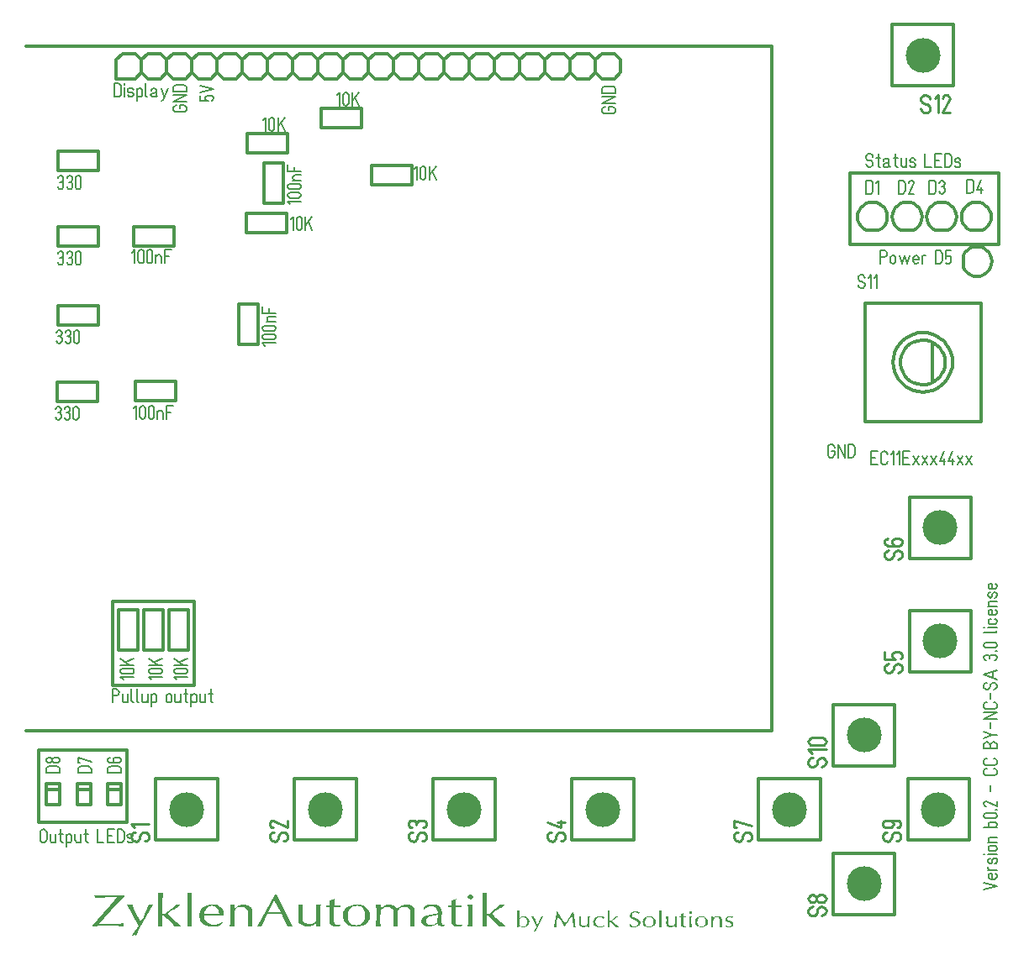
<source format=gto>
%FSLAX35Y35*%
%MOIN*%
%IN21=Bestoeckungsdruckoben(X.GTO)*%
%ADD10C,0.00591*%
%ADD11C,0.00614*%
%ADD12C,0.00768*%
%ADD13C,0.00787*%
%ADD14C,0.01024*%
%ADD15C,0.01181*%
%ADD16C,0.01280*%
%ADD17C,0.01535*%
%ADD18C,0.01575*%
%ADD19C,0.01969*%
%ADD20C,0.02362*%
%ADD21C,0.02795*%
%ADD22C,0.03937*%
%ADD23C,0.12205*%
%ADD24C,0.12598*%
%ADD25C,0.13780*%
%ADD26C,0.14173*%
%AMR_27*21,1,0.01181,0.01181,0,0,0.000*%
%ADD27R_27*%
%AMR_28*21,1,0.01250,0.01250,0,0,0.000*%
%ADD28R_28*%
%AMR_29*21,1,0.01280,0.01280,0,0,0.000*%
%ADD29R_29*%
%AMR_30*21,1,0.01476,0.01476,0,0,0.000*%
%ADD30R_30*%
%AMR_31*21,1,0.01575,0.01575,0,0,0.000*%
%ADD31R_31*%
%AMR_32*21,1,0.01772,0.01772,0,0,0.000*%
%ADD32R_32*%
%AMR_33*21,1,0.01969,0.01969,0,0,0.000*%
%ADD33R_33*%
%AMR_34*21,1,0.04587,0.05433,0,0,90.000*%
%ADD34R_34*%
%AMR_35*21,1,0.05000,0.05000,0,0,0.000*%
%ADD35R_35*%
%AMR_36*21,1,0.05000,0.05000,0,0,90.000*%
%ADD36R_36*%
%AMR_37*21,1,0.05000,0.05000,0,0,180.000*%
%ADD37R_37*%
%AMR_38*21,1,0.05000,0.05000,0,0,270.000*%
%ADD38R_38*%
%AMR_39*21,1,0.05000,0.09843,0,0,0.000*%
%ADD39R_39*%
%AMR_40*21,1,0.05000,0.10000,0,0,90.000*%
%ADD40R_40*%
%AMR_41*21,1,0.12205,0.05118,0,0,90.000*%
%ADD41R_41*%
%AMR_42*21,1,0.12205,0.05118,0,0,180.000*%
%ADD42R_42*%
%AMR_43*21,1,0.19685,0.19685,0,0,0.000*%
%ADD43R_43*%
%AMOCT_44*4,1,8,0.029528,0.014764,0.014764,0.029528,-0.014764,0.029528,-0.029528,0.014764,-0.029528,-0.014764,-0.014764,-0.029528,0.014764,-0.029528,0.029528,-0.014764,0.029528,0.014764,0.000*%
%ADD44OCT_44*%
%AMOCT_45*4,1,8,0.031496,0.015748,0.015748,0.031496,-0.015748,0.031496,-0.031496,0.015748,-0.031496,-0.015748,-0.015748,-0.031496,0.015748,-0.031496,0.031496,-0.015748,0.031496,0.015748,-0.000*%
%ADD45OCT_45*%
%AMOCT_46*4,1,8,0.031496,0.015748,0.015748,0.031496,-0.015748,0.031496,-0.031496,0.015748,-0.031496,-0.015748,-0.015748,-0.031496,0.015748,-0.031496,0.031496,-0.015748,0.031496,0.015748,90.000*%
%ADD46OCT_46*%
%AMOCT_47*4,1,8,0.031496,0.015748,0.015748,0.031496,-0.015748,0.031496,-0.031496,0.015748,-0.031496,-0.015748,-0.015748,-0.031496,0.015748,-0.031496,0.031496,-0.015748,0.031496,0.015748,180.000*%
%ADD47OCT_47*%
%AMOCT_48*4,1,8,0.031496,0.015748,0.015748,0.031496,-0.015748,0.031496,-0.031496,0.015748,-0.031496,-0.015748,-0.015748,-0.031496,0.015748,-0.031496,0.031496,-0.015748,0.031496,0.015748,270.000*%
%ADD48OCT_48*%
%AMOCT_49*4,1,8,0.035433,0.017717,0.017717,0.035433,-0.017717,0.035433,-0.035433,0.017717,-0.035433,-0.017717,-0.017717,-0.035433,0.017717,-0.035433,0.035433,-0.017717,0.035433,0.017717,180.000*%
%ADD49OCT_49*%
%AMOCT_50*4,1,8,0.035433,0.017717,0.017717,0.035433,-0.017717,0.035433,-0.035433,0.017717,-0.035433,-0.017717,-0.017717,-0.035433,0.017717,-0.035433,0.035433,-0.017717,0.035433,0.017717,270.000*%
%ADD50OCT_50*%
%AMOCT_51*4,1,8,0.039370,0.019685,0.019685,0.039370,-0.019685,0.039370,-0.039370,0.019685,-0.039370,-0.019685,-0.019685,-0.039370,0.019685,-0.039370,0.039370,-0.019685,0.039370,0.019685,0.000*%
%ADD51OCT_51*%
%AMOCT_52*4,1,8,0.039370,0.019685,0.019685,0.039370,-0.019685,0.039370,-0.039370,0.019685,-0.039370,-0.019685,-0.019685,-0.039370,0.019685,-0.039370,0.039370,-0.019685,0.039370,0.019685,270.000*%
%ADD52OCT_52*%
%AMOCT_53*4,1,8,0.049213,0.024606,0.024606,0.049213,-0.024606,0.049213,-0.049213,0.024606,-0.049213,-0.024606,-0.024606,-0.049213,0.024606,-0.049213,0.049213,-0.024606,0.049213,0.024606,180.000*%
%ADD53OCT_53*%
%AMO_54*20,1,0.03937,-0.00787,0.00000,0.00787,0.00000,0*1,1,0.03937,-0.00787,0.00000*1,1,0.03937,0.00787,0.00000*%
%ADD54O_54*%
%AMO_55*20,1,0.05000,0.00000,-0.02421,0.00000,0.02421,0*1,1,0.05000,0.00000,-0.02421*1,1,0.05000,0.00000,0.02421*%
%ADD55O_55*%
%AMO_56*20,1,0.05000,0.02500,0.00000,-0.02500,0.00000,0*1,1,0.05000,0.02500,0.00000*1,1,0.05000,-0.02500,0.00000*%
%ADD56O_56*%
%AMRR_57*21,1,0.06299,0.05039,0,0,-0.000*21,1,0.05039,0.06299,0,0,-0.000*1,1,0.01260,0.02520,0.02520*1,1,0.01260,-0.02520,-0.02520*1,1,0.01260,0.02520,-0.02520*1,1,0.01260,-0.02520,0.02520*%
%ADD57RR_57*%
%AMRR_58*21,1,0.06299,0.05039,0,0,90.000*21,1,0.05039,0.06299,0,0,90.000*1,1,0.01260,-0.02520,0.02520*1,1,0.01260,0.02520,-0.02520*1,1,0.01260,0.02520,0.02520*1,1,0.01260,-0.02520,-0.02520*%
%ADD58RR_58*%
%AMRR_59*21,1,0.06299,0.05039,0,0,180.000*21,1,0.05039,0.06299,0,0,180.000*1,1,0.01260,-0.02520,-0.02520*1,1,0.01260,0.02520,0.02520*1,1,0.01260,-0.02520,0.02520*1,1,0.01260,0.02520,-0.02520*%
%ADD59RR_59*%
%AMRR_60*21,1,0.06299,0.05039,0,0,270.000*21,1,0.05039,0.06299,0,0,270.000*1,1,0.01260,0.02520,-0.02520*1,1,0.01260,-0.02520,0.02520*1,1,0.01260,-0.02520,-0.02520*1,1,0.01260,0.02520,0.02520*%
%ADD60RR_60*%
G54D12*
X38879Y337199D02*
X39390Y337289D01*
X39828Y337568D01*
X40125Y337992D01*
X40238Y338499D01*
X38879Y337199D02*
X37580Y337199D01*
X37580Y342514D01*
X38879Y342514D01*
X40238Y341215D02*
X40125Y341721D01*
X39828Y342146D01*
X39390Y342425D01*
X38879Y342514D01*
X40238Y341215D02*
X40238Y338499D01*
X41596Y337199D02*
X41596Y340920D01*
X41596Y341983D02*
X41596Y342514D01*
X42954Y337967D02*
X43057Y337583D01*
X43338Y337302D01*
X43722Y337199D01*
X44253Y337199D01*
X44656Y337291D01*
X44959Y337572D01*
X45080Y337967D01*
X45080Y338262D01*
X44959Y338657D01*
X44656Y338938D01*
X44253Y339030D01*
X43722Y339030D01*
X43722Y340684D02*
X43309Y340573D01*
X43006Y340270D01*
X42895Y339857D01*
X43006Y339443D01*
X43309Y339141D01*
X43722Y339030D01*
X43722Y340684D02*
X44253Y340684D01*
X45080Y339857D02*
X44969Y340270D01*
X44667Y340573D01*
X44253Y340684D01*
X46438Y335605D02*
X46438Y340684D01*
X46438Y338262D02*
X46544Y337801D01*
X46839Y337431D01*
X47265Y337226D01*
X47738Y337226D01*
X48164Y337431D01*
X48459Y337801D01*
X48564Y338262D01*
X48564Y339562D02*
X48564Y338262D01*
X48564Y339562D02*
X48459Y340023D01*
X48164Y340393D01*
X47738Y340598D01*
X47265Y340598D01*
X46839Y340393D01*
X46544Y340023D01*
X46438Y339562D01*
X49923Y342514D02*
X49923Y337967D01*
X50026Y337583D01*
X50307Y337302D01*
X50690Y337199D01*
X54175Y339562D02*
X54069Y340023D01*
X53774Y340393D01*
X53348Y340598D01*
X52875Y340598D01*
X52449Y340393D01*
X52154Y340023D01*
X52049Y339562D01*
X53348Y338794D02*
X53751Y338886D01*
X54053Y339167D01*
X54175Y339562D01*
X53348Y338794D02*
X52816Y338794D01*
X52816Y338764D02*
X52418Y338657D01*
X52126Y338366D01*
X52019Y337967D01*
X52126Y337568D01*
X52418Y337277D01*
X52816Y337170D01*
X52816Y337199D02*
X53348Y337199D01*
X53751Y337291D01*
X54053Y337572D01*
X54175Y337967D01*
X54175Y339562D02*
X54175Y337731D01*
X54706Y337199D01*
X56064Y340684D02*
X57364Y337199D01*
X58722Y340684D02*
X56832Y335900D01*
X56301Y335664D01*
X335132Y265241D02*
X335010Y265805D01*
X334664Y266267D01*
X334157Y266544D01*
X333581Y266585D01*
X333040Y266383D01*
X332631Y265975D01*
X332430Y265434D01*
X332471Y264858D01*
X332748Y264351D01*
X333210Y264005D01*
X333774Y263882D01*
X332475Y262524D02*
X332607Y261975D01*
X332956Y261531D01*
X333458Y261271D01*
X334022Y261243D01*
X334546Y261452D01*
X334937Y261861D01*
X335122Y262394D01*
X335070Y262956D01*
X334788Y263446D01*
X334329Y263774D01*
X333774Y263882D01*
X336491Y265477D02*
X337554Y266540D01*
X337554Y261225D01*
X338912Y265477D02*
X339975Y266540D01*
X339975Y261225D01*
X340132Y196540D02*
X337475Y196540D01*
X337475Y193882D01*
X339306Y193882D01*
X337475Y193882D02*
X337475Y191225D01*
X340132Y191225D01*
X344119Y195241D02*
X344017Y195749D01*
X343729Y196180D01*
X343298Y196468D01*
X342790Y196569D01*
X342281Y196468D01*
X341850Y196180D01*
X341562Y195749D01*
X341461Y195241D01*
X341491Y195241D02*
X341491Y192524D01*
X341461Y192524D02*
X341562Y192016D01*
X341850Y191585D01*
X342281Y191297D01*
X342790Y191195D01*
X343298Y191297D01*
X343729Y191585D01*
X344017Y192016D01*
X344119Y192524D01*
X345506Y195477D02*
X346569Y196540D01*
X346569Y191225D01*
X347928Y195477D02*
X348991Y196540D01*
X348991Y191225D01*
X353006Y196540D02*
X350349Y196540D01*
X350349Y193882D01*
X352180Y193882D01*
X350349Y193882D02*
X350349Y191225D01*
X353006Y191225D01*
X354365Y191225D02*
X356491Y194709D01*
X354365Y194709D02*
X356491Y191225D01*
X357849Y191225D02*
X359975Y194709D01*
X357849Y194709D02*
X359975Y191225D01*
X361333Y191225D02*
X363459Y194709D01*
X361333Y194709D02*
X363459Y191225D01*
X366412Y196540D02*
X364817Y192524D01*
X366943Y192524D01*
X366412Y193587D02*
X366412Y191225D01*
X369896Y196540D02*
X368302Y192524D01*
X370428Y192524D01*
X369896Y193587D02*
X369896Y191225D01*
X371786Y191225D02*
X373912Y194709D01*
X371786Y194709D02*
X373912Y191225D01*
X375270Y191225D02*
X377396Y194709D01*
X375270Y194709D02*
X377396Y191225D01*
X336899Y298725D02*
X337410Y298815D01*
X337847Y299093D01*
X338145Y299518D01*
X338257Y300024D01*
X336899Y298725D02*
X335600Y298725D01*
X335600Y304040D01*
X336899Y304040D01*
X338257Y302741D02*
X338145Y303247D01*
X337847Y303672D01*
X337410Y303950D01*
X336899Y304040D01*
X338257Y302741D02*
X338257Y300024D01*
X339616Y302977D02*
X340679Y304040D01*
X340679Y298725D01*
X349712Y298725D02*
X350222Y298815D01*
X350660Y299093D01*
X350958Y299518D01*
X351070Y300024D01*
X349712Y298725D02*
X348412Y298725D01*
X348412Y304040D01*
X349712Y304040D01*
X351070Y302741D02*
X350958Y303247D01*
X350660Y303672D01*
X350222Y303950D01*
X349712Y304040D01*
X351070Y302741D02*
X351070Y300024D01*
X354554Y302977D02*
X354449Y303438D01*
X354154Y303808D01*
X353728Y304013D01*
X353255Y304013D01*
X352828Y303808D01*
X352533Y303438D01*
X352428Y302977D01*
X354554Y302977D02*
X352428Y298725D01*
X354554Y298725D01*
X361899Y298725D02*
X362410Y298815D01*
X362847Y299093D01*
X363145Y299518D01*
X363257Y300024D01*
X361899Y298725D02*
X360600Y298725D01*
X360600Y304040D01*
X361899Y304040D01*
X363257Y302741D02*
X363145Y303247D01*
X362847Y303672D01*
X362410Y303950D01*
X361899Y304040D01*
X363257Y302741D02*
X363257Y300024D01*
X364616Y299788D02*
X364721Y299327D01*
X365016Y298957D01*
X365442Y298752D01*
X365915Y298752D01*
X366341Y298957D01*
X366636Y299327D01*
X366742Y299788D01*
X366742Y300556D02*
X366742Y299788D01*
X366742Y300556D02*
X366661Y300962D01*
X366430Y301307D01*
X366085Y301538D01*
X365679Y301619D01*
X365383Y301619D02*
X365679Y301619D01*
X365383Y301619D01*
X365679Y301619D02*
X366095Y301713D01*
X366443Y301959D01*
X366670Y302320D01*
X366742Y302741D01*
X366742Y302977D02*
X366742Y302741D01*
X366742Y302977D02*
X366636Y303438D01*
X366341Y303808D01*
X365915Y304013D01*
X365442Y304013D01*
X365016Y303808D01*
X364721Y303438D01*
X364616Y302977D01*
X376899Y299069D02*
X377410Y299159D01*
X377847Y299438D01*
X378145Y299862D01*
X378257Y300369D01*
X376899Y299069D02*
X375600Y299069D01*
X375600Y304384D01*
X376899Y304384D01*
X378257Y303085D02*
X378145Y303591D01*
X377847Y304016D01*
X377410Y304295D01*
X376899Y304384D01*
X378257Y303085D02*
X378257Y300369D01*
X381210Y304384D02*
X379616Y300369D01*
X381742Y300369D01*
X381210Y301432D02*
X381210Y299069D01*
X341225Y270944D02*
X341225Y273602D01*
X342524Y273602D01*
X342524Y273631D02*
X343033Y273733D01*
X343464Y274021D01*
X343752Y274452D01*
X343853Y274960D01*
X343752Y275469D01*
X343464Y275900D01*
X343033Y276188D01*
X342524Y276289D01*
X342524Y276259D02*
X341225Y276259D01*
X341225Y273602D01*
X347367Y273307D02*
X347367Y272007D01*
X347367Y273307D02*
X347261Y273768D01*
X346966Y274138D01*
X346540Y274343D01*
X346067Y274343D01*
X345641Y274138D01*
X345346Y273768D01*
X345241Y273307D01*
X345241Y272007D02*
X345241Y273307D01*
X345241Y272007D02*
X345346Y271546D01*
X345641Y271176D01*
X346067Y270971D01*
X346540Y270971D01*
X346966Y271176D01*
X347261Y271546D01*
X347367Y272007D01*
X348725Y274429D02*
X349788Y270944D01*
X350851Y274429D01*
X351914Y270944D01*
X352977Y274429D01*
X354335Y272775D02*
X356461Y272775D01*
X356461Y273307D01*
X356356Y273768D01*
X356061Y274138D01*
X355635Y274343D01*
X355162Y274343D01*
X354735Y274138D01*
X354440Y273768D01*
X354335Y273307D01*
X354335Y272007D01*
X354449Y271528D01*
X354766Y271152D01*
X355219Y270959D01*
X355711Y270990D01*
X356135Y271239D01*
X356402Y271653D01*
X357819Y270944D02*
X357819Y274429D01*
X359178Y274192D02*
X358855Y274382D01*
X358482Y274405D01*
X358138Y274256D01*
X357900Y273967D01*
X357819Y273602D01*
X364375Y270944D02*
X364885Y271034D01*
X365323Y271313D01*
X365620Y271737D01*
X365733Y272244D01*
X364375Y270944D02*
X363075Y270944D01*
X363075Y276259D01*
X364375Y276259D01*
X365733Y274960D02*
X365620Y275466D01*
X365323Y275891D01*
X364885Y276170D01*
X364375Y276259D01*
X365733Y274960D02*
X365733Y272244D01*
X367268Y271417D02*
X367591Y271104D01*
X368014Y270952D01*
X368462Y270989D01*
X368855Y271207D01*
X369122Y271568D01*
X369217Y272007D01*
X369217Y273070D01*
X369112Y273532D01*
X368817Y273901D01*
X368391Y274107D01*
X367917Y274107D01*
X367491Y273901D01*
X367196Y273532D01*
X367091Y273070D01*
X367091Y276259D01*
X369217Y276259D01*
X97235Y238450D02*
X96172Y239513D01*
X101487Y239513D01*
X97235Y242998D02*
X100424Y242998D01*
X97235Y242998D02*
X96774Y242892D01*
X96404Y242597D01*
X96199Y242171D01*
X96199Y241698D01*
X96404Y241272D01*
X96774Y240977D01*
X97235Y240872D01*
X100424Y240872D02*
X97235Y240872D01*
X100424Y240872D02*
X100885Y240977D01*
X101255Y241272D01*
X101460Y241698D01*
X101460Y242171D01*
X101255Y242597D01*
X100885Y242892D01*
X100424Y242998D01*
X97235Y246482D02*
X100424Y246482D01*
X97235Y246482D02*
X96774Y246377D01*
X96404Y246082D01*
X96199Y245655D01*
X96199Y245182D01*
X96404Y244756D01*
X96774Y244461D01*
X97235Y244356D01*
X100424Y244356D02*
X97235Y244356D01*
X100424Y244356D02*
X100885Y244461D01*
X101255Y244756D01*
X101460Y245182D01*
X101460Y245655D01*
X101255Y246082D01*
X100885Y246377D01*
X100424Y246482D01*
X101487Y247840D02*
X98003Y247840D01*
X99125Y249966D02*
X98664Y249861D01*
X98294Y249566D01*
X98088Y249140D01*
X98088Y248667D01*
X98294Y248240D01*
X98664Y247945D01*
X99125Y247840D01*
X99125Y249966D02*
X101487Y249966D01*
X96172Y253982D02*
X96172Y251324D01*
X98830Y251324D01*
X98830Y253155D01*
X98830Y251324D02*
X101487Y251324D01*
X14297Y210082D02*
X14402Y209621D01*
X14697Y209251D01*
X15124Y209046D01*
X15597Y209046D01*
X16023Y209251D01*
X16318Y209621D01*
X16423Y210082D01*
X16423Y210850D02*
X16423Y210082D01*
X16423Y210850D02*
X16342Y211256D01*
X16112Y211601D01*
X15767Y211832D01*
X15360Y211913D01*
X15065Y211913D02*
X15360Y211913D01*
X15065Y211913D01*
X15360Y211913D02*
X15776Y212007D01*
X16124Y212253D01*
X16351Y212614D01*
X16423Y213035D01*
X16423Y213271D02*
X16423Y213035D01*
X16423Y213271D02*
X16318Y213732D01*
X16023Y214102D01*
X15597Y214307D01*
X15124Y214307D01*
X14697Y214102D01*
X14402Y213732D01*
X14297Y213271D01*
X17781Y210082D02*
X17887Y209621D01*
X18182Y209251D01*
X18608Y209046D01*
X19081Y209046D01*
X19507Y209251D01*
X19802Y209621D01*
X19907Y210082D01*
X19907Y210850D02*
X19907Y210082D01*
X19907Y210850D02*
X19827Y211256D01*
X19596Y211601D01*
X19251Y211832D01*
X18844Y211913D01*
X18549Y211913D02*
X18844Y211913D01*
X18549Y211913D01*
X18844Y211913D02*
X19260Y212007D01*
X19608Y212253D01*
X19836Y212614D01*
X19907Y213035D01*
X19907Y213271D02*
X19907Y213035D01*
X19907Y213271D02*
X19802Y213732D01*
X19507Y214102D01*
X19081Y214307D01*
X18608Y214307D01*
X18182Y214102D01*
X17887Y213732D01*
X17781Y213271D01*
X23392Y213271D02*
X23392Y210082D01*
X23392Y213271D02*
X23286Y213732D01*
X22991Y214102D01*
X22565Y214307D01*
X22092Y214307D01*
X21666Y214102D01*
X21371Y213732D01*
X21266Y213271D01*
X21266Y210082D02*
X21266Y213271D01*
X21266Y210082D02*
X21371Y209621D01*
X21666Y209251D01*
X22092Y209046D01*
X22565Y209046D01*
X22991Y209251D01*
X23286Y209621D01*
X23392Y210082D01*
X107424Y288559D02*
X108487Y289622D01*
X108487Y284307D01*
X111972Y288559D02*
X111972Y285370D01*
X111972Y288559D02*
X111866Y289020D01*
X111571Y289390D01*
X111145Y289595D01*
X110672Y289595D01*
X110246Y289390D01*
X109951Y289020D01*
X109846Y288559D01*
X109846Y285370D02*
X109846Y288559D01*
X109846Y285370D02*
X109951Y284909D01*
X110246Y284539D01*
X110672Y284333D01*
X111145Y284333D01*
X111571Y284539D01*
X111866Y284909D01*
X111972Y285370D01*
X113330Y284307D02*
X113330Y289622D01*
X113330Y286137D02*
X115987Y289622D01*
X114393Y287496D02*
X115987Y284307D01*
X107329Y294695D02*
X106266Y295758D01*
X111581Y295758D01*
X107329Y299243D02*
X110518Y299243D01*
X107329Y299243D02*
X106867Y299137D01*
X106497Y298842D01*
X106292Y298416D01*
X106292Y297943D01*
X106497Y297517D01*
X106867Y297222D01*
X107329Y297117D01*
X110518Y297117D02*
X107329Y297117D01*
X110518Y297117D02*
X110979Y297222D01*
X111349Y297517D01*
X111554Y297943D01*
X111554Y298416D01*
X111349Y298842D01*
X110979Y299137D01*
X110518Y299243D01*
X107329Y302727D02*
X110518Y302727D01*
X107329Y302727D02*
X106867Y302622D01*
X106497Y302327D01*
X106292Y301900D01*
X106292Y301427D01*
X106497Y301001D01*
X106867Y300706D01*
X107329Y300601D01*
X110518Y300601D02*
X107329Y300601D01*
X110518Y300601D02*
X110979Y300706D01*
X111349Y301001D01*
X111554Y301427D01*
X111554Y301900D01*
X111349Y302327D01*
X110979Y302622D01*
X110518Y302727D01*
X111581Y304085D02*
X108096Y304085D01*
X109218Y306211D02*
X108757Y306106D01*
X108387Y305811D01*
X108182Y305385D01*
X108182Y304912D01*
X108387Y304485D01*
X108757Y304190D01*
X109218Y304085D01*
X109218Y306211D02*
X111581Y306211D01*
X106266Y310227D02*
X106266Y307569D01*
X108923Y307569D01*
X108923Y309400D01*
X108923Y307569D02*
X111581Y307569D01*
X45235Y213583D02*
X46298Y214646D01*
X46298Y209331D01*
X49782Y213583D02*
X49782Y210394D01*
X49782Y213583D02*
X49677Y214045D01*
X49382Y214415D01*
X48955Y214620D01*
X48482Y214620D01*
X48056Y214415D01*
X47761Y214045D01*
X47656Y213583D01*
X47656Y210394D02*
X47656Y213583D01*
X47656Y210394D02*
X47761Y209933D01*
X48056Y209563D01*
X48482Y209358D01*
X48955Y209358D01*
X49382Y209563D01*
X49677Y209933D01*
X49782Y210394D01*
X53266Y213583D02*
X53266Y210394D01*
X53266Y213583D02*
X53161Y214045D01*
X52866Y214415D01*
X52440Y214620D01*
X51967Y214620D01*
X51540Y214415D01*
X51245Y214045D01*
X51140Y213583D01*
X51140Y210394D02*
X51140Y213583D01*
X51140Y210394D02*
X51245Y209933D01*
X51540Y209563D01*
X51967Y209358D01*
X52440Y209358D01*
X52866Y209563D01*
X53161Y209933D01*
X53266Y210394D01*
X54624Y209331D02*
X54624Y212816D01*
X56750Y211694D02*
X56645Y212155D01*
X56350Y212525D01*
X55924Y212730D01*
X55451Y212730D01*
X55025Y212525D01*
X54730Y212155D01*
X54624Y211694D01*
X56750Y211694D02*
X56750Y209331D01*
X60766Y214646D02*
X58109Y214646D01*
X58109Y211989D01*
X59939Y211989D01*
X58109Y211989D02*
X58109Y209331D01*
X44610Y275458D02*
X45673Y276521D01*
X45673Y271206D01*
X49157Y275458D02*
X49157Y272269D01*
X49157Y275458D02*
X49052Y275920D01*
X48757Y276290D01*
X48330Y276495D01*
X47857Y276495D01*
X47431Y276290D01*
X47136Y275920D01*
X47031Y275458D01*
X47031Y272269D02*
X47031Y275458D01*
X47031Y272269D02*
X47136Y271808D01*
X47431Y271438D01*
X47857Y271233D01*
X48330Y271233D01*
X48757Y271438D01*
X49052Y271808D01*
X49157Y272269D01*
X52641Y275458D02*
X52641Y272269D01*
X52641Y275458D02*
X52536Y275920D01*
X52241Y276290D01*
X51815Y276495D01*
X51342Y276495D01*
X50915Y276290D01*
X50620Y275920D01*
X50515Y275458D01*
X50515Y272269D02*
X50515Y275458D01*
X50515Y272269D02*
X50620Y271808D01*
X50915Y271438D01*
X51342Y271233D01*
X51815Y271233D01*
X52241Y271438D01*
X52536Y271808D01*
X52641Y272269D01*
X53999Y271206D02*
X53999Y274691D01*
X56125Y273569D02*
X56020Y274030D01*
X55725Y274400D01*
X55299Y274605D01*
X54826Y274605D01*
X54400Y274400D01*
X54105Y274030D01*
X53999Y273569D01*
X56125Y273569D02*
X56125Y271206D01*
X60141Y276521D02*
X57484Y276521D01*
X57484Y273864D01*
X59314Y273864D01*
X57484Y273864D02*
X57484Y271206D01*
X14610Y240394D02*
X14715Y239933D01*
X15010Y239563D01*
X15436Y239358D01*
X15909Y239358D01*
X16335Y239563D01*
X16630Y239933D01*
X16736Y240394D01*
X16736Y241162D02*
X16736Y240394D01*
X16736Y241162D02*
X16655Y241569D01*
X16424Y241914D01*
X16079Y242144D01*
X15673Y242225D01*
X15377Y242225D02*
X15673Y242225D01*
X15377Y242225D01*
X15673Y242225D02*
X16089Y242320D01*
X16437Y242566D01*
X16664Y242927D01*
X16736Y243347D01*
X16736Y243583D02*
X16736Y243347D01*
X16736Y243583D02*
X16630Y244045D01*
X16335Y244415D01*
X15909Y244620D01*
X15436Y244620D01*
X15010Y244415D01*
X14715Y244045D01*
X14610Y243583D01*
X18094Y240394D02*
X18199Y239933D01*
X18494Y239563D01*
X18920Y239358D01*
X19393Y239358D01*
X19820Y239563D01*
X20115Y239933D01*
X20220Y240394D01*
X20220Y241162D02*
X20220Y240394D01*
X20220Y241162D02*
X20139Y241569D01*
X19909Y241914D01*
X19564Y242144D01*
X19157Y242225D01*
X18862Y242225D02*
X19157Y242225D01*
X18862Y242225D01*
X19157Y242225D02*
X19573Y242320D01*
X19921Y242566D01*
X20148Y242927D01*
X20220Y243347D01*
X20220Y243583D02*
X20220Y243347D01*
X20220Y243583D02*
X20115Y244045D01*
X19820Y244415D01*
X19393Y244620D01*
X18920Y244620D01*
X18494Y244415D01*
X18199Y244045D01*
X18094Y243583D01*
X23704Y243583D02*
X23704Y240394D01*
X23704Y243583D02*
X23599Y244045D01*
X23304Y244415D01*
X22878Y244620D01*
X22405Y244620D01*
X21978Y244415D01*
X21683Y244045D01*
X21578Y243583D01*
X21578Y240394D02*
X21578Y243583D01*
X21578Y240394D02*
X21683Y239933D01*
X21978Y239563D01*
X22405Y239358D01*
X22878Y239358D01*
X23304Y239563D01*
X23599Y239933D01*
X23704Y240394D01*
X15235Y271644D02*
X15340Y271183D01*
X15635Y270813D01*
X16061Y270608D01*
X16534Y270608D01*
X16960Y270813D01*
X17255Y271183D01*
X17361Y271644D01*
X17361Y272412D02*
X17361Y271644D01*
X17361Y272412D02*
X17280Y272819D01*
X17049Y273164D01*
X16704Y273394D01*
X16298Y273475D01*
X16002Y273475D02*
X16298Y273475D01*
X16002Y273475D01*
X16298Y273475D02*
X16714Y273570D01*
X17062Y273816D01*
X17289Y274177D01*
X17361Y274597D01*
X17361Y274833D02*
X17361Y274597D01*
X17361Y274833D02*
X17255Y275295D01*
X16960Y275665D01*
X16534Y275870D01*
X16061Y275870D01*
X15635Y275665D01*
X15340Y275295D01*
X15235Y274833D01*
X18719Y271644D02*
X18824Y271183D01*
X19119Y270813D01*
X19545Y270608D01*
X20018Y270608D01*
X20445Y270813D01*
X20740Y271183D01*
X20845Y271644D01*
X20845Y272412D02*
X20845Y271644D01*
X20845Y272412D02*
X20764Y272819D01*
X20534Y273164D01*
X20189Y273394D01*
X19782Y273475D01*
X19487Y273475D02*
X19782Y273475D01*
X19487Y273475D01*
X19782Y273475D02*
X20198Y273570D01*
X20546Y273816D01*
X20773Y274177D01*
X20845Y274597D01*
X20845Y274833D02*
X20845Y274597D01*
X20845Y274833D02*
X20740Y275295D01*
X20445Y275665D01*
X20018Y275870D01*
X19545Y275870D01*
X19119Y275665D01*
X18824Y275295D01*
X18719Y274833D01*
X24329Y274833D02*
X24329Y271644D01*
X24329Y274833D02*
X24224Y275295D01*
X23929Y275665D01*
X23503Y275870D01*
X23030Y275870D01*
X22603Y275665D01*
X22308Y275295D01*
X22203Y274833D01*
X22203Y271644D02*
X22203Y274833D01*
X22203Y271644D02*
X22308Y271183D01*
X22603Y270813D01*
X23030Y270608D01*
X23503Y270608D01*
X23929Y270813D01*
X24224Y271183D01*
X24329Y271644D01*
X15235Y301644D02*
X15340Y301183D01*
X15635Y300813D01*
X16061Y300608D01*
X16534Y300608D01*
X16960Y300813D01*
X17255Y301183D01*
X17361Y301644D01*
X17361Y302412D02*
X17361Y301644D01*
X17361Y302412D02*
X17280Y302819D01*
X17049Y303164D01*
X16704Y303394D01*
X16298Y303475D01*
X16002Y303475D02*
X16298Y303475D01*
X16002Y303475D01*
X16298Y303475D02*
X16714Y303570D01*
X17062Y303816D01*
X17289Y304177D01*
X17361Y304597D01*
X17361Y304833D02*
X17361Y304597D01*
X17361Y304833D02*
X17255Y305295D01*
X16960Y305665D01*
X16534Y305870D01*
X16061Y305870D01*
X15635Y305665D01*
X15340Y305295D01*
X15235Y304833D01*
X18719Y301644D02*
X18824Y301183D01*
X19119Y300813D01*
X19545Y300608D01*
X20018Y300608D01*
X20445Y300813D01*
X20740Y301183D01*
X20845Y301644D01*
X20845Y302412D02*
X20845Y301644D01*
X20845Y302412D02*
X20764Y302819D01*
X20534Y303164D01*
X20189Y303394D01*
X19782Y303475D01*
X19487Y303475D02*
X19782Y303475D01*
X19487Y303475D01*
X19782Y303475D02*
X20198Y303570D01*
X20546Y303816D01*
X20773Y304177D01*
X20845Y304597D01*
X20845Y304833D02*
X20845Y304597D01*
X20845Y304833D02*
X20740Y305295D01*
X20445Y305665D01*
X20018Y305870D01*
X19545Y305870D01*
X19119Y305665D01*
X18824Y305295D01*
X18719Y304833D01*
X24329Y304833D02*
X24329Y301644D01*
X24329Y304833D02*
X24224Y305295D01*
X23929Y305665D01*
X23503Y305870D01*
X23030Y305870D01*
X22603Y305665D01*
X22308Y305295D01*
X22203Y304833D01*
X22203Y301644D02*
X22203Y304833D01*
X22203Y301644D02*
X22308Y301183D01*
X22603Y300813D01*
X23030Y300608D01*
X23503Y300608D01*
X23929Y300813D01*
X24224Y301183D01*
X24329Y301644D01*
X41079Y105862D02*
X40016Y106925D01*
X45331Y106925D01*
X41079Y110409D02*
X44268Y110409D01*
X41079Y110409D02*
X40617Y110304D01*
X40247Y110009D01*
X40042Y109583D01*
X40042Y109109D01*
X40247Y108683D01*
X40617Y108388D01*
X41079Y108283D01*
X44268Y108283D02*
X41079Y108283D01*
X44268Y108283D02*
X44729Y108388D01*
X45099Y108683D01*
X45304Y109109D01*
X45304Y109583D01*
X45099Y110009D01*
X44729Y110304D01*
X44268Y110409D01*
X45331Y111767D02*
X40016Y111767D01*
X43500Y111767D02*
X40016Y114425D01*
X42142Y112830D02*
X45331Y114425D01*
X52329Y105862D02*
X51266Y106925D01*
X56581Y106925D01*
X52329Y110409D02*
X55518Y110409D01*
X52329Y110409D02*
X51867Y110304D01*
X51497Y110009D01*
X51292Y109583D01*
X51292Y109109D01*
X51497Y108683D01*
X51867Y108388D01*
X52329Y108283D01*
X55518Y108283D02*
X52329Y108283D01*
X55518Y108283D02*
X55979Y108388D01*
X56349Y108683D01*
X56554Y109109D01*
X56554Y109583D01*
X56349Y110009D01*
X55979Y110304D01*
X55518Y110409D01*
X56581Y111767D02*
X51266Y111767D01*
X54750Y111767D02*
X51266Y114425D01*
X53392Y112830D02*
X56581Y114425D01*
X62329Y105862D02*
X61266Y106925D01*
X66581Y106925D01*
X62329Y110409D02*
X65518Y110409D01*
X62329Y110409D02*
X61867Y110304D01*
X61497Y110009D01*
X61292Y109583D01*
X61292Y109109D01*
X61497Y108683D01*
X61867Y108388D01*
X62329Y108283D01*
X65518Y108283D02*
X62329Y108283D01*
X65518Y108283D02*
X65979Y108388D01*
X66349Y108683D01*
X66554Y109109D01*
X66554Y109583D01*
X66349Y110009D01*
X65979Y110304D01*
X65518Y110409D01*
X66581Y111767D02*
X61266Y111767D01*
X64750Y111767D02*
X61266Y114425D01*
X63392Y112830D02*
X66581Y114425D01*
X40255Y70236D02*
X40165Y70747D01*
X39887Y71184D01*
X39462Y71482D01*
X38956Y71594D01*
X40255Y70236D02*
X40255Y68937D01*
X34940Y68937D01*
X34940Y70236D01*
X36239Y71594D02*
X35733Y71482D01*
X35308Y71184D01*
X35030Y70747D01*
X34940Y70236D01*
X36239Y71594D02*
X38956Y71594D01*
X36003Y75079D02*
X35542Y74973D01*
X35172Y74678D01*
X34966Y74252D01*
X34966Y73779D01*
X35172Y73353D01*
X35542Y73058D01*
X36003Y72953D01*
X39192Y72953D01*
X39653Y73058D01*
X40023Y73353D01*
X40228Y73779D01*
X40228Y74252D01*
X40023Y74678D01*
X39653Y74973D01*
X39192Y75079D01*
X38129Y75079D01*
X37668Y74973D01*
X37298Y74678D01*
X37092Y74252D01*
X37092Y73779D01*
X37298Y73353D01*
X37668Y73058D01*
X38129Y72953D01*
X28380Y70236D02*
X28290Y70747D01*
X28012Y71184D01*
X27587Y71482D01*
X27081Y71594D01*
X28380Y70236D02*
X28380Y68937D01*
X23065Y68937D01*
X23065Y70236D01*
X24364Y71594D02*
X23858Y71482D01*
X23433Y71184D01*
X23155Y70747D01*
X23065Y70236D01*
X24364Y71594D02*
X27081Y71594D01*
X23833Y72953D02*
X23065Y72953D01*
X23065Y75079D01*
X28380Y73484D01*
X15880Y70236D02*
X15790Y70747D01*
X15512Y71184D01*
X15087Y71482D01*
X14581Y71594D01*
X15880Y70236D02*
X15880Y68937D01*
X10565Y68937D01*
X10565Y70236D01*
X11864Y71594D02*
X11358Y71482D01*
X10933Y71184D01*
X10655Y70747D01*
X10565Y70236D01*
X11864Y71594D02*
X14581Y71594D01*
X14049Y75079D02*
X14817Y75079D01*
X14049Y75079D02*
X13588Y74973D01*
X13218Y74678D01*
X13013Y74252D01*
X13013Y73779D01*
X13218Y73353D01*
X13588Y73058D01*
X14049Y72953D01*
X14817Y72953D02*
X14049Y72953D01*
X14817Y72953D02*
X15278Y73058D01*
X15648Y73353D01*
X15853Y73779D01*
X15853Y74252D01*
X15648Y74678D01*
X15278Y74973D01*
X14817Y75079D01*
X11628Y75079D02*
X11864Y75079D01*
X11628Y75079D02*
X11167Y74973D01*
X10797Y74678D01*
X10591Y74252D01*
X10591Y73779D01*
X10797Y73353D01*
X11167Y73058D01*
X11628Y72953D01*
X11864Y72953D02*
X11628Y72953D01*
X11864Y72953D02*
X12325Y73058D01*
X12695Y73353D01*
X12900Y73779D01*
X12900Y74252D01*
X12695Y74678D01*
X12325Y74973D01*
X11864Y75079D01*
X156485Y308583D02*
X157548Y309646D01*
X157548Y304331D01*
X161032Y308583D02*
X161032Y305394D01*
X161032Y308583D02*
X160927Y309045D01*
X160632Y309415D01*
X160205Y309620D01*
X159732Y309620D01*
X159306Y309415D01*
X159011Y309045D01*
X158906Y308583D01*
X158906Y305394D02*
X158906Y308583D01*
X158906Y305394D02*
X159011Y304933D01*
X159306Y304563D01*
X159732Y304358D01*
X160205Y304358D01*
X160632Y304563D01*
X160927Y304933D01*
X161032Y305394D01*
X162390Y304331D02*
X162390Y309646D01*
X162390Y306162D02*
X165048Y309646D01*
X163453Y307520D02*
X165048Y304331D01*
X125860Y337958D02*
X126923Y339021D01*
X126923Y333706D01*
X130407Y337958D02*
X130407Y334769D01*
X130407Y337958D02*
X130302Y338420D01*
X130007Y338790D01*
X129580Y338995D01*
X129107Y338995D01*
X128681Y338790D01*
X128386Y338420D01*
X128281Y337958D01*
X128281Y334769D02*
X128281Y337958D01*
X128281Y334769D02*
X128386Y334308D01*
X128681Y333938D01*
X129107Y333733D01*
X129580Y333733D01*
X130007Y333938D01*
X130302Y334308D01*
X130407Y334769D01*
X131765Y333706D02*
X131765Y339021D01*
X131765Y335537D02*
X134423Y339021D01*
X132828Y336895D02*
X134423Y333706D01*
X96485Y327958D02*
X97548Y329021D01*
X97548Y323706D01*
X101032Y327958D02*
X101032Y324769D01*
X101032Y327958D02*
X100927Y328420D01*
X100632Y328790D01*
X100205Y328995D01*
X99732Y328995D01*
X99306Y328790D01*
X99011Y328420D01*
X98906Y327958D01*
X98906Y324769D02*
X98906Y327958D01*
X98906Y324769D02*
X99011Y324308D01*
X99306Y323938D01*
X99732Y323733D01*
X100205Y323733D01*
X100632Y323938D01*
X100927Y324308D01*
X101032Y324769D01*
X102390Y323706D02*
X102390Y329021D01*
X102390Y325537D02*
X105048Y329021D01*
X103453Y326895D02*
X105048Y323706D01*
X382160Y22787D02*
X387475Y24087D01*
X382160Y25445D01*
X385644Y26803D02*
X385644Y28929D01*
X385113Y28929D01*
X384651Y28824D01*
X384282Y28529D01*
X384076Y28103D01*
X384076Y27630D01*
X384282Y27203D01*
X384651Y26908D01*
X385113Y26803D01*
X386412Y26803D01*
X386891Y26917D01*
X387267Y27234D01*
X387461Y27687D01*
X387429Y28179D01*
X387180Y28603D01*
X386766Y28870D01*
X387475Y30287D02*
X383991Y30287D01*
X384227Y31646D02*
X384037Y31323D01*
X384014Y30950D01*
X384163Y30606D01*
X384452Y30368D01*
X384817Y30287D01*
X386707Y33004D02*
X387091Y33107D01*
X387372Y33388D01*
X387475Y33772D01*
X387475Y34303D01*
X387383Y34706D01*
X387102Y35008D01*
X386707Y35130D01*
X386412Y35130D01*
X386017Y35008D01*
X385736Y34706D01*
X385644Y34303D01*
X385644Y33772D01*
X383991Y33772D02*
X384101Y33358D01*
X384404Y33056D01*
X384817Y32945D01*
X385231Y33056D01*
X385533Y33358D01*
X385644Y33772D01*
X383991Y33772D02*
X383991Y34303D01*
X384817Y35130D02*
X384404Y35019D01*
X384101Y34717D01*
X383991Y34303D01*
X387475Y36488D02*
X383754Y36488D01*
X382691Y36488D02*
X382160Y36488D01*
X385113Y39972D02*
X386412Y39972D01*
X385113Y39972D02*
X384651Y39867D01*
X384282Y39572D01*
X384076Y39146D01*
X384076Y38673D01*
X384282Y38247D01*
X384651Y37952D01*
X385113Y37846D01*
X386412Y37846D02*
X385113Y37846D01*
X386412Y37846D02*
X386873Y37952D01*
X387243Y38247D01*
X387448Y38673D01*
X387448Y39146D01*
X387243Y39572D01*
X386873Y39867D01*
X386412Y39972D01*
X387475Y41331D02*
X383991Y41331D01*
X385113Y43457D02*
X384651Y43351D01*
X384282Y43056D01*
X384076Y42630D01*
X384076Y42157D01*
X384282Y41731D01*
X384651Y41436D01*
X385113Y41331D01*
X385113Y43457D02*
X387475Y43457D01*
X387475Y47354D02*
X382160Y47354D01*
X386412Y47354D02*
X386873Y47460D01*
X387243Y47755D01*
X387448Y48181D01*
X387448Y48654D01*
X387243Y49080D01*
X386873Y49375D01*
X386412Y49480D01*
X385113Y49480D02*
X386412Y49480D01*
X385113Y49480D02*
X384651Y49375D01*
X384282Y49080D01*
X384076Y48654D01*
X384076Y48181D01*
X384282Y47755D01*
X384651Y47460D01*
X385113Y47354D01*
X383223Y52965D02*
X386412Y52965D01*
X383223Y52965D02*
X382762Y52859D01*
X382392Y52564D01*
X382187Y52138D01*
X382187Y51665D01*
X382392Y51239D01*
X382762Y50944D01*
X383223Y50839D01*
X386412Y50839D02*
X383223Y50839D01*
X386412Y50839D02*
X386873Y50944D01*
X387243Y51239D01*
X387448Y51665D01*
X387448Y52138D01*
X387243Y52564D01*
X386873Y52859D01*
X386412Y52965D01*
X386943Y54323D02*
X387475Y54323D01*
X383223Y57807D02*
X382762Y57702D01*
X382392Y57407D01*
X382187Y56981D01*
X382187Y56508D01*
X382392Y56081D01*
X382762Y55786D01*
X383223Y55681D01*
X383223Y57807D02*
X387475Y55681D01*
X387475Y57807D01*
X384817Y61705D02*
X384817Y64067D01*
X383459Y70593D02*
X382951Y70491D01*
X382520Y70203D01*
X382232Y69772D01*
X382130Y69264D01*
X382232Y68755D01*
X382520Y68324D01*
X382951Y68036D01*
X383459Y67935D01*
X383459Y67965D02*
X386176Y67965D01*
X386176Y67935D02*
X386684Y68036D01*
X387115Y68324D01*
X387403Y68755D01*
X387504Y69264D01*
X387403Y69772D01*
X387115Y70203D01*
X386684Y70491D01*
X386176Y70593D01*
X383459Y74608D02*
X382951Y74507D01*
X382520Y74219D01*
X382232Y73788D01*
X382130Y73280D01*
X382232Y72771D01*
X382520Y72340D01*
X382951Y72052D01*
X383459Y71951D01*
X383459Y71980D02*
X386176Y71980D01*
X386176Y71951D02*
X386684Y72052D01*
X387115Y72340D01*
X387403Y72771D01*
X387504Y73280D01*
X387403Y73788D01*
X387115Y74219D01*
X386684Y74507D01*
X386176Y74608D01*
X384817Y79835D02*
X384817Y78535D01*
X384788Y79835D02*
X384687Y80343D01*
X384399Y80774D01*
X383968Y81062D01*
X383459Y81163D01*
X382951Y81062D01*
X382520Y80774D01*
X382232Y80343D01*
X382130Y79835D01*
X382160Y78535D02*
X382160Y79835D01*
X387475Y78535D02*
X382160Y78535D01*
X387475Y79835D02*
X387475Y78535D01*
X387504Y79835D02*
X387403Y80343D01*
X387115Y80774D01*
X386684Y81062D01*
X386176Y81163D01*
X385667Y81062D01*
X385236Y80774D01*
X384948Y80343D01*
X384847Y79835D01*
X382160Y82551D02*
X385644Y83850D01*
X382160Y85209D01*
X385644Y83850D02*
X387475Y83850D01*
X384817Y86567D02*
X384817Y88929D01*
X387475Y90287D02*
X382160Y90287D01*
X387475Y92945D01*
X382160Y92945D01*
X383459Y96931D02*
X382951Y96830D01*
X382520Y96542D01*
X382232Y96111D01*
X382130Y95602D01*
X382232Y95094D01*
X382520Y94663D01*
X382951Y94375D01*
X383459Y94274D01*
X383459Y94303D02*
X386176Y94303D01*
X386176Y94274D02*
X386684Y94375D01*
X387115Y94663D01*
X387403Y95094D01*
X387504Y95602D01*
X387403Y96111D01*
X387115Y96542D01*
X386684Y96830D01*
X386176Y96931D01*
X384817Y98319D02*
X384817Y100681D01*
X383459Y104697D02*
X382895Y104574D01*
X382433Y104228D01*
X382156Y103721D01*
X382115Y103145D01*
X382317Y102604D01*
X382725Y102196D01*
X383266Y101994D01*
X383842Y102035D01*
X384349Y102312D01*
X384695Y102774D01*
X384817Y103339D01*
X386176Y102039D02*
X386725Y102172D01*
X387169Y102520D01*
X387429Y103022D01*
X387457Y103586D01*
X387247Y104111D01*
X386839Y104501D01*
X386306Y104687D01*
X385743Y104634D01*
X385254Y104353D01*
X384925Y103893D01*
X384817Y103339D01*
X387475Y106055D02*
X382160Y107886D01*
X387475Y109776D01*
X385880Y106587D02*
X385880Y109244D01*
X386412Y113673D02*
X386873Y113778D01*
X387243Y114073D01*
X387448Y114500D01*
X387448Y114973D01*
X387243Y115399D01*
X386873Y115694D01*
X386412Y115799D01*
X385644Y115799D02*
X386412Y115799D01*
X385644Y115799D02*
X385237Y115718D01*
X384893Y115488D01*
X384662Y115143D01*
X384581Y114736D01*
X384581Y114441D02*
X384581Y114736D01*
X384581Y114441D01*
X384581Y114736D02*
X384487Y115152D01*
X384240Y115500D01*
X383880Y115727D01*
X383459Y115799D01*
X383223Y115799D02*
X383459Y115799D01*
X383223Y115799D02*
X382762Y115694D01*
X382392Y115399D01*
X382187Y114973D01*
X382187Y114500D01*
X382392Y114073D01*
X382762Y113778D01*
X383223Y113673D01*
X386943Y117157D02*
X387475Y117157D01*
X383223Y120642D02*
X386412Y120642D01*
X383223Y120642D02*
X382762Y120536D01*
X382392Y120241D01*
X382187Y119815D01*
X382187Y119342D01*
X382392Y118916D01*
X382762Y118621D01*
X383223Y118516D01*
X386412Y118516D02*
X383223Y118516D01*
X386412Y118516D02*
X386873Y118621D01*
X387243Y118916D01*
X387448Y119342D01*
X387448Y119815D01*
X387243Y120241D01*
X386873Y120536D01*
X386412Y120642D01*
X382160Y124539D02*
X386707Y124539D01*
X387091Y124642D01*
X387372Y124923D01*
X387475Y125307D01*
X387475Y126665D02*
X383754Y126665D01*
X382691Y126665D02*
X382160Y126665D01*
X385113Y130150D02*
X384651Y130044D01*
X384282Y129749D01*
X384076Y129323D01*
X384076Y128850D01*
X384282Y128424D01*
X384651Y128129D01*
X385113Y128024D01*
X386412Y128024D01*
X386873Y128129D01*
X387243Y128424D01*
X387448Y128850D01*
X387448Y129323D01*
X387243Y129749D01*
X386873Y130044D01*
X386412Y130150D01*
X385644Y131508D02*
X385644Y133634D01*
X385113Y133634D01*
X384651Y133529D01*
X384282Y133234D01*
X384076Y132807D01*
X384076Y132334D01*
X384282Y131908D01*
X384651Y131613D01*
X385113Y131508D01*
X386412Y131508D01*
X386891Y131622D01*
X387267Y131939D01*
X387461Y132392D01*
X387429Y132883D01*
X387180Y133308D01*
X386766Y133575D01*
X387475Y134992D02*
X383991Y134992D01*
X385113Y137118D02*
X384651Y137013D01*
X384282Y136718D01*
X384076Y136292D01*
X384076Y135819D01*
X384282Y135392D01*
X384651Y135097D01*
X385113Y134992D01*
X385113Y137118D02*
X387475Y137118D01*
X386707Y138476D02*
X387091Y138579D01*
X387372Y138860D01*
X387475Y139244D01*
X387475Y139776D01*
X387383Y140178D01*
X387102Y140481D01*
X386707Y140602D01*
X386412Y140602D01*
X386017Y140481D01*
X385736Y140178D01*
X385644Y139776D01*
X385644Y139244D01*
X383991Y139244D02*
X384101Y138831D01*
X384404Y138528D01*
X384817Y138417D01*
X385231Y138528D01*
X385533Y138831D01*
X385644Y139244D01*
X383991Y139244D02*
X383991Y139776D01*
X384817Y140602D02*
X384404Y140492D01*
X384101Y140189D01*
X383991Y139776D01*
X385644Y141961D02*
X385644Y144087D01*
X385113Y144087D01*
X384651Y143981D01*
X384282Y143686D01*
X384076Y143260D01*
X384076Y142787D01*
X384282Y142361D01*
X384651Y142066D01*
X385113Y141961D01*
X386412Y141961D01*
X386891Y142074D01*
X387267Y142392D01*
X387461Y142845D01*
X387429Y143336D01*
X387180Y143761D01*
X386766Y144028D01*
X8070Y42524D02*
X8172Y42016D01*
X8460Y41585D01*
X8891Y41297D01*
X9399Y41195D01*
X9908Y41297D01*
X10339Y41585D01*
X10627Y42016D01*
X10728Y42524D01*
X10757Y42524D02*
X10757Y45241D01*
X10728Y45241D02*
X10627Y45749D01*
X10339Y46180D01*
X9908Y46468D01*
X9399Y46569D01*
X8891Y46468D01*
X8460Y46180D01*
X8172Y45749D01*
X8070Y45241D01*
X8100Y45241D02*
X8100Y42524D01*
X12116Y44709D02*
X12116Y42288D01*
X12221Y41827D01*
X12516Y41457D01*
X12942Y41252D01*
X13415Y41252D01*
X13841Y41457D01*
X14136Y41827D01*
X14242Y42288D01*
X14242Y44709D02*
X14242Y41225D01*
X15600Y44709D02*
X17194Y44709D01*
X16368Y46540D02*
X16368Y41993D01*
X16489Y41598D01*
X16792Y41317D01*
X17194Y41225D01*
X18553Y39630D02*
X18553Y44709D01*
X18553Y42288D02*
X18658Y41827D01*
X18953Y41457D01*
X19379Y41252D01*
X19852Y41252D01*
X20278Y41457D01*
X20573Y41827D01*
X20679Y42288D01*
X20679Y43587D02*
X20679Y42288D01*
X20679Y43587D02*
X20573Y44048D01*
X20278Y44418D01*
X19852Y44623D01*
X19379Y44623D01*
X18953Y44418D01*
X18658Y44048D01*
X18553Y43587D01*
X22037Y44709D02*
X22037Y42288D01*
X22142Y41827D01*
X22437Y41457D01*
X22863Y41252D01*
X23336Y41252D01*
X23763Y41457D01*
X24058Y41827D01*
X24163Y42288D01*
X24163Y44709D02*
X24163Y41225D01*
X25521Y44709D02*
X27116Y44709D01*
X26289Y46540D02*
X26289Y41993D01*
X26410Y41598D01*
X26713Y41317D01*
X27116Y41225D01*
X31013Y46540D02*
X31013Y41225D01*
X33375Y41225D01*
X37391Y46540D02*
X34734Y46540D01*
X34734Y43882D01*
X36564Y43882D01*
X34734Y43882D02*
X34734Y41225D01*
X37391Y41225D01*
X40049Y41225D02*
X40559Y41315D01*
X40997Y41593D01*
X41295Y42018D01*
X41407Y42524D01*
X40049Y41225D02*
X38750Y41225D01*
X38750Y46540D01*
X40049Y46540D01*
X41407Y45241D02*
X41295Y45747D01*
X40997Y46172D01*
X40559Y46450D01*
X40049Y46540D01*
X41407Y45241D02*
X41407Y42524D01*
X42765Y41993D02*
X42868Y41609D01*
X43149Y41328D01*
X43533Y41225D01*
X44064Y41225D01*
X44467Y41317D01*
X44770Y41598D01*
X44891Y41993D01*
X44891Y42288D01*
X44770Y42683D01*
X44467Y42964D01*
X44064Y43056D01*
X43533Y43056D01*
X43533Y44709D02*
X43120Y44598D01*
X42817Y44296D01*
X42706Y43882D01*
X42817Y43469D01*
X43120Y43166D01*
X43533Y43056D01*
X43533Y44709D02*
X44064Y44709D01*
X44891Y43882D02*
X44780Y44296D01*
X44478Y44598D01*
X44064Y44709D01*
X338257Y313366D02*
X338135Y313930D01*
X337789Y314392D01*
X337282Y314669D01*
X336706Y314710D01*
X336165Y314508D01*
X335756Y314100D01*
X335555Y313559D01*
X335596Y312983D01*
X335873Y312476D01*
X336335Y312130D01*
X336899Y312007D01*
X335600Y310649D02*
X335732Y310100D01*
X336081Y309656D01*
X336583Y309396D01*
X337147Y309368D01*
X337671Y309577D01*
X338062Y309986D01*
X338247Y310519D01*
X338195Y311081D01*
X337913Y311571D01*
X337454Y311899D01*
X336899Y312007D01*
X339616Y312834D02*
X341210Y312834D01*
X340383Y314665D02*
X340383Y310118D01*
X340505Y309723D01*
X340807Y309442D01*
X341210Y309350D01*
X344694Y311712D02*
X344589Y312173D01*
X344294Y312543D01*
X343868Y312748D01*
X343395Y312748D01*
X342969Y312543D01*
X342674Y312173D01*
X342568Y311712D01*
X343868Y310944D02*
X344270Y311036D01*
X344573Y311317D01*
X344694Y311712D01*
X343868Y310944D02*
X343336Y310944D01*
X343336Y310915D02*
X342937Y310808D01*
X342646Y310516D01*
X342539Y310118D01*
X342646Y309719D01*
X342937Y309427D01*
X343336Y309320D01*
X343336Y309350D02*
X343868Y309350D01*
X344270Y309442D01*
X344573Y309723D01*
X344694Y310118D01*
X344694Y311712D02*
X344694Y309881D01*
X345226Y309350D01*
X346584Y312834D02*
X348179Y312834D01*
X347352Y314665D02*
X347352Y310118D01*
X347473Y309723D01*
X347776Y309442D01*
X348179Y309350D01*
X349537Y312834D02*
X349537Y310413D01*
X349642Y309952D01*
X349937Y309582D01*
X350363Y309377D01*
X350836Y309377D01*
X351263Y309582D01*
X351558Y309952D01*
X351663Y310413D01*
X351663Y312834D02*
X351663Y309350D01*
X353021Y310118D02*
X353124Y309734D01*
X353405Y309453D01*
X353789Y309350D01*
X354320Y309350D01*
X354723Y309442D01*
X355026Y309723D01*
X355147Y310118D01*
X355147Y310413D01*
X355026Y310808D01*
X354723Y311089D01*
X354320Y311181D01*
X353789Y311181D01*
X353789Y312834D02*
X353375Y312723D01*
X353073Y312421D01*
X352962Y312007D01*
X353073Y311594D01*
X353375Y311291D01*
X353789Y311181D01*
X353789Y312834D02*
X354320Y312834D01*
X355147Y312007D02*
X355036Y312421D01*
X354734Y312723D01*
X354320Y312834D01*
X359045Y314665D02*
X359045Y309350D01*
X361407Y309350D01*
X365423Y314665D02*
X362765Y314665D01*
X362765Y312007D01*
X364596Y312007D01*
X362765Y312007D02*
X362765Y309350D01*
X365423Y309350D01*
X368080Y309350D02*
X368591Y309440D01*
X369029Y309718D01*
X369326Y310143D01*
X369438Y310649D01*
X368080Y309350D02*
X366781Y309350D01*
X366781Y314665D01*
X368080Y314665D01*
X369438Y313366D02*
X369326Y313872D01*
X369029Y314297D01*
X368591Y314575D01*
X368080Y314665D01*
X369438Y313366D02*
X369438Y310649D01*
X370797Y310118D02*
X370900Y309734D01*
X371181Y309453D01*
X371564Y309350D01*
X372096Y309350D01*
X372499Y309442D01*
X372801Y309723D01*
X372923Y310118D01*
X372923Y310413D01*
X372801Y310808D01*
X372499Y311089D01*
X372096Y311181D01*
X371564Y311181D01*
X371564Y312834D02*
X371151Y312723D01*
X370848Y312421D01*
X370738Y312007D01*
X370848Y311594D01*
X371151Y311291D01*
X371564Y311181D01*
X371564Y312834D02*
X372096Y312834D01*
X372923Y312007D02*
X372812Y312421D01*
X372509Y312723D01*
X372096Y312834D01*
X36850Y96850D02*
X36850Y99507D01*
X38149Y99507D01*
X38149Y99537D02*
X38658Y99638D01*
X39089Y99926D01*
X39377Y100357D01*
X39478Y100866D01*
X39377Y101374D01*
X39089Y101805D01*
X38658Y102093D01*
X38149Y102194D01*
X38149Y102165D02*
X36850Y102165D01*
X36850Y99507D01*
X40866Y100334D02*
X40866Y97913D01*
X40971Y97452D01*
X41266Y97082D01*
X41692Y96877D01*
X42165Y96877D01*
X42591Y97082D01*
X42886Y97452D01*
X42992Y97913D01*
X42992Y100334D02*
X42992Y96850D01*
X44350Y102165D02*
X44350Y97618D01*
X44453Y97234D01*
X44734Y96953D01*
X45118Y96850D01*
X46476Y102165D02*
X46476Y97618D01*
X46579Y97234D01*
X46860Y96953D01*
X47244Y96850D01*
X48602Y100334D02*
X48602Y97913D01*
X48707Y97452D01*
X49002Y97082D01*
X49428Y96877D01*
X49901Y96877D01*
X50328Y97082D01*
X50623Y97452D01*
X50728Y97913D01*
X50728Y100334D02*
X50728Y96850D01*
X52086Y95255D02*
X52086Y100334D01*
X52086Y97913D02*
X52191Y97452D01*
X52486Y97082D01*
X52913Y96877D01*
X53386Y96877D01*
X53812Y97082D01*
X54107Y97452D01*
X54212Y97913D01*
X54212Y99212D02*
X54212Y97913D01*
X54212Y99212D02*
X54107Y99673D01*
X53812Y100043D01*
X53386Y100248D01*
X52913Y100248D01*
X52486Y100043D01*
X52191Y99673D01*
X52086Y99212D01*
X60236Y99212D02*
X60236Y97913D01*
X60236Y99212D02*
X60130Y99673D01*
X59835Y100043D01*
X59409Y100248D01*
X58936Y100248D01*
X58510Y100043D01*
X58215Y99673D01*
X58110Y99212D01*
X58110Y97913D02*
X58110Y99212D01*
X58110Y97913D02*
X58215Y97452D01*
X58510Y97082D01*
X58936Y96877D01*
X59409Y96877D01*
X59835Y97082D01*
X60130Y97452D01*
X60236Y97913D01*
X61594Y100334D02*
X61594Y97913D01*
X61699Y97452D01*
X61994Y97082D01*
X62420Y96877D01*
X62894Y96877D01*
X63320Y97082D01*
X63615Y97452D01*
X63720Y97913D01*
X63720Y100334D02*
X63720Y96850D01*
X65078Y100334D02*
X66673Y100334D01*
X65846Y102165D02*
X65846Y97618D01*
X65967Y97223D01*
X66270Y96942D01*
X66673Y96850D01*
X68031Y95255D02*
X68031Y100334D01*
X68031Y97913D02*
X68136Y97452D01*
X68431Y97082D01*
X68857Y96877D01*
X69331Y96877D01*
X69757Y97082D01*
X70052Y97452D01*
X70157Y97913D01*
X70157Y99212D02*
X70157Y97913D01*
X70157Y99212D02*
X70052Y99673D01*
X69757Y100043D01*
X69331Y100248D01*
X68857Y100248D01*
X68431Y100043D01*
X68136Y99673D01*
X68031Y99212D01*
X71515Y100334D02*
X71515Y97913D01*
X71621Y97452D01*
X71915Y97082D01*
X72342Y96877D01*
X72815Y96877D01*
X73241Y97082D01*
X73536Y97452D01*
X73641Y97913D01*
X73641Y100334D02*
X73641Y96850D01*
X75000Y100334D02*
X76594Y100334D01*
X75767Y102165D02*
X75767Y97618D01*
X75889Y97223D01*
X76191Y96942D01*
X76594Y96850D01*
X76377Y335777D02*
X76690Y336100D01*
X76842Y336523D01*
X76805Y336971D01*
X76587Y337363D01*
X76226Y337631D01*
X75787Y337726D01*
X74724Y337726D01*
X74263Y337621D01*
X73893Y337326D01*
X73688Y336899D01*
X73688Y336426D01*
X73893Y336000D01*
X74263Y335705D01*
X74724Y335600D01*
X71535Y335600D01*
X71535Y337726D01*
X71535Y339084D02*
X76850Y340383D01*
X71535Y341742D01*
X232209Y333228D02*
X231701Y333127D01*
X231270Y332839D01*
X230982Y332408D01*
X230880Y331899D01*
X230982Y331391D01*
X231270Y330960D01*
X231701Y330672D01*
X232209Y330570D01*
X232209Y330600D02*
X234926Y330600D01*
X234926Y330570D02*
X235434Y330672D01*
X235865Y330960D01*
X236153Y331391D01*
X236254Y331899D01*
X236153Y332408D01*
X235865Y332839D01*
X235434Y333127D01*
X234926Y333228D01*
X234926Y333257D02*
X233567Y333257D01*
X233567Y331899D01*
X236225Y334616D02*
X230910Y334616D01*
X236225Y337273D01*
X230910Y337273D01*
X236225Y339931D02*
X236135Y340441D01*
X235857Y340879D01*
X235432Y341177D01*
X234926Y341289D01*
X236225Y339931D02*
X236225Y338631D01*
X230910Y338631D01*
X230910Y339931D01*
X232209Y341289D02*
X231703Y341177D01*
X231278Y340879D01*
X231000Y340441D01*
X230910Y339931D01*
X232209Y341289D02*
X234926Y341289D01*
X62209Y333853D02*
X61701Y333752D01*
X61270Y333464D01*
X60982Y333033D01*
X60880Y332524D01*
X60982Y332016D01*
X61270Y331585D01*
X61701Y331297D01*
X62209Y331195D01*
X62209Y331225D02*
X64926Y331225D01*
X64926Y331195D02*
X65434Y331297D01*
X65865Y331585D01*
X66153Y332016D01*
X66254Y332524D01*
X66153Y333033D01*
X65865Y333464D01*
X65434Y333752D01*
X64926Y333853D01*
X64926Y333882D02*
X63567Y333882D01*
X63567Y332524D01*
X66225Y335241D02*
X60910Y335241D01*
X66225Y337898D01*
X60910Y337898D01*
X66225Y340556D02*
X66135Y341066D01*
X65857Y341504D01*
X65432Y341802D01*
X64926Y341914D01*
X66225Y340556D02*
X66225Y339256D01*
X60910Y339256D01*
X60910Y340556D01*
X62209Y341914D02*
X61703Y341802D01*
X61278Y341504D01*
X61000Y341066D01*
X60910Y340556D01*
X62209Y341914D02*
X64926Y341914D01*
X323056Y198085D02*
X322954Y198594D01*
X322666Y199025D01*
X322235Y199313D01*
X321727Y199414D01*
X321218Y199313D01*
X320787Y199025D01*
X320499Y198594D01*
X320398Y198085D01*
X320428Y198085D02*
X320428Y195369D01*
X320398Y195369D02*
X320499Y194860D01*
X320787Y194429D01*
X321218Y194141D01*
X321727Y194040D01*
X322235Y194141D01*
X322666Y194429D01*
X322954Y194860D01*
X323056Y195369D01*
X323085Y195369D02*
X323085Y196727D01*
X321727Y196727D01*
X324443Y194069D02*
X324443Y199384D01*
X327101Y194069D01*
X327101Y199384D01*
X329758Y194069D02*
X330269Y194159D01*
X330707Y194438D01*
X331004Y194862D01*
X331117Y195369D01*
X329758Y194069D02*
X328459Y194069D01*
X328459Y199384D01*
X329758Y199384D01*
X331117Y198085D02*
X331004Y198591D01*
X330707Y199016D01*
X330269Y199295D01*
X329758Y199384D01*
X331117Y198085D02*
X331117Y195369D01*
G54D14*
X45871Y45423D02*
X45228Y45305D01*
X44670Y44967D01*
X44267Y44453D01*
X44073Y43830D01*
X44112Y43178D01*
X44380Y42583D01*
X44842Y42121D01*
X45437Y41853D01*
X46089Y41814D01*
X46712Y42008D01*
X47226Y42411D01*
X47564Y42970D01*
X47682Y43612D01*
X49493Y41879D02*
X50167Y42029D01*
X50733Y42426D01*
X51104Y43009D01*
X51224Y43690D01*
X51074Y44365D01*
X50677Y44931D01*
X50094Y45302D01*
X49414Y45422D01*
X48739Y45272D01*
X48173Y44875D01*
X47801Y44292D01*
X47682Y43612D01*
X45556Y47234D02*
X44138Y48651D01*
X51225Y48651D01*
X100871Y45423D02*
X100228Y45305D01*
X99670Y44967D01*
X99267Y44453D01*
X99073Y43830D01*
X99112Y43178D01*
X99380Y42583D01*
X99842Y42121D01*
X100437Y41853D01*
X101089Y41814D01*
X101712Y42008D01*
X102226Y42411D01*
X102564Y42970D01*
X102682Y43612D01*
X104493Y41879D02*
X105167Y42029D01*
X105733Y42426D01*
X106104Y43009D01*
X106224Y43690D01*
X106074Y44365D01*
X105677Y44931D01*
X105094Y45302D01*
X104414Y45422D01*
X103739Y45272D01*
X103173Y44875D01*
X102801Y44292D01*
X102682Y43612D01*
X100556Y50068D02*
X100013Y49961D01*
X99553Y49653D01*
X99246Y49193D01*
X99138Y48651D01*
X99246Y48109D01*
X99553Y47649D01*
X100013Y47342D01*
X100556Y47234D01*
X100556Y50068D02*
X106225Y47234D01*
X106225Y50068D01*
X155871Y45423D02*
X155228Y45305D01*
X154670Y44967D01*
X154267Y44453D01*
X154073Y43830D01*
X154112Y43178D01*
X154380Y42583D01*
X154842Y42121D01*
X155437Y41853D01*
X156089Y41814D01*
X156712Y42008D01*
X157226Y42411D01*
X157564Y42970D01*
X157682Y43612D01*
X159493Y41879D02*
X160167Y42029D01*
X160733Y42426D01*
X161104Y43009D01*
X161224Y43690D01*
X161074Y44365D01*
X160677Y44931D01*
X160094Y45302D01*
X159414Y45422D01*
X158739Y45272D01*
X158173Y44875D01*
X157801Y44292D01*
X157682Y43612D01*
X159808Y47234D02*
X160350Y47342D01*
X160810Y47649D01*
X161117Y48109D01*
X161225Y48651D01*
X161117Y49193D01*
X160810Y49653D01*
X160350Y49961D01*
X159808Y50068D01*
X158784Y50068D02*
X159808Y50068D01*
X158784Y50068D02*
X158242Y49961D01*
X157782Y49653D01*
X157475Y49193D01*
X157367Y48651D01*
X157367Y48257D02*
X157367Y48651D01*
X157367Y48257D01*
X157367Y48651D02*
X157241Y49206D01*
X156912Y49670D01*
X156431Y49973D01*
X155871Y50068D01*
X155556Y50068D02*
X155871Y50068D01*
X155556Y50068D02*
X155013Y49961D01*
X154553Y49653D01*
X154246Y49193D01*
X154138Y48651D01*
X154246Y48109D01*
X154553Y47649D01*
X155013Y47342D01*
X155556Y47234D01*
X210871Y45423D02*
X210228Y45305D01*
X209670Y44967D01*
X209267Y44453D01*
X209073Y43830D01*
X209112Y43178D01*
X209380Y42583D01*
X209842Y42121D01*
X210437Y41853D01*
X211089Y41814D01*
X211712Y42008D01*
X212226Y42411D01*
X212564Y42970D01*
X212682Y43612D01*
X214493Y41879D02*
X215167Y42029D01*
X215733Y42426D01*
X216104Y43009D01*
X216224Y43690D01*
X216074Y44365D01*
X215677Y44931D01*
X215094Y45302D01*
X214414Y45422D01*
X213739Y45272D01*
X213173Y44875D01*
X212801Y44292D01*
X212682Y43612D01*
X209138Y49360D02*
X214493Y47234D01*
X214493Y50068D01*
X213075Y49360D02*
X216225Y49360D01*
X344621Y112268D02*
X343978Y112151D01*
X343420Y111813D01*
X343017Y111299D01*
X342823Y110675D01*
X342862Y110024D01*
X343130Y109428D01*
X343592Y108967D01*
X344187Y108699D01*
X344839Y108659D01*
X345462Y108854D01*
X345976Y109256D01*
X346314Y109815D01*
X346432Y110457D01*
X348243Y108725D02*
X348917Y108875D01*
X349483Y109272D01*
X349854Y109855D01*
X349974Y110536D01*
X349824Y111210D01*
X349427Y111776D01*
X348844Y112148D01*
X348164Y112267D01*
X347489Y112118D01*
X346923Y111721D01*
X346551Y111138D01*
X346432Y110457D01*
X349345Y114315D02*
X349762Y114746D01*
X349964Y115310D01*
X349915Y115907D01*
X349624Y116431D01*
X349143Y116787D01*
X348558Y116914D01*
X347140Y116914D01*
X346598Y116806D01*
X346138Y116499D01*
X345831Y116039D01*
X345723Y115497D01*
X345831Y114954D01*
X346138Y114494D01*
X346598Y114187D01*
X347140Y114079D01*
X342888Y114079D01*
X342888Y116914D01*
X344621Y157268D02*
X343978Y157151D01*
X343420Y156813D01*
X343017Y156299D01*
X342823Y155675D01*
X342862Y155024D01*
X343130Y154428D01*
X343592Y153967D01*
X344187Y153699D01*
X344839Y153659D01*
X345462Y153854D01*
X345976Y154256D01*
X346314Y154815D01*
X346432Y155457D01*
X348243Y153725D02*
X348917Y153875D01*
X349483Y154272D01*
X349854Y154855D01*
X349974Y155536D01*
X349824Y156210D01*
X349427Y156776D01*
X348844Y157148D01*
X348164Y157267D01*
X347489Y157118D01*
X346923Y156721D01*
X346551Y156138D01*
X346432Y155457D01*
X344306Y161914D02*
X343763Y161806D01*
X343303Y161499D01*
X342996Y161039D01*
X342888Y160497D01*
X342996Y159954D01*
X343303Y159494D01*
X343763Y159187D01*
X344306Y159079D01*
X348558Y159079D01*
X349100Y159187D01*
X349560Y159494D01*
X349867Y159954D01*
X349975Y160497D01*
X349867Y161039D01*
X349560Y161499D01*
X349100Y161806D01*
X348558Y161914D01*
X347140Y161914D01*
X346598Y161806D01*
X346138Y161499D01*
X345831Y161039D01*
X345723Y160497D01*
X345831Y159954D01*
X346138Y159494D01*
X346598Y159187D01*
X347140Y159079D01*
X284876Y45423D02*
X284234Y45305D01*
X283676Y44967D01*
X283273Y44453D01*
X283079Y43830D01*
X283118Y43178D01*
X283386Y42583D01*
X283848Y42121D01*
X284443Y41853D01*
X285095Y41814D01*
X285718Y42008D01*
X286232Y42411D01*
X286570Y42970D01*
X286687Y43612D01*
X288499Y41879D02*
X289173Y42029D01*
X289739Y42426D01*
X290110Y43009D01*
X290230Y43690D01*
X290080Y44365D01*
X289683Y44931D01*
X289100Y45302D01*
X288420Y45422D01*
X287745Y45272D01*
X287179Y44875D01*
X286807Y44292D01*
X286687Y43612D01*
X284168Y47234D02*
X283144Y47234D01*
X283144Y50068D01*
X290231Y47942D01*
X314404Y15895D02*
X313762Y15777D01*
X313203Y15440D01*
X312800Y14926D01*
X312606Y14302D01*
X312646Y13651D01*
X312914Y13055D01*
X313375Y12594D01*
X313971Y12326D01*
X314622Y12286D01*
X315246Y12481D01*
X315760Y12883D01*
X316097Y13442D01*
X316215Y14084D01*
X318026Y12352D02*
X318701Y12502D01*
X319267Y12899D01*
X319638Y13482D01*
X319757Y14163D01*
X319608Y14837D01*
X319211Y15403D01*
X318628Y15775D01*
X317947Y15894D01*
X317272Y15744D01*
X316706Y15348D01*
X316335Y14765D01*
X316215Y14084D01*
X317317Y20541D02*
X318341Y20541D01*
X317317Y20541D02*
X316775Y20433D01*
X316315Y20126D01*
X316008Y19666D01*
X315900Y19124D01*
X316008Y18581D01*
X316315Y18121D01*
X316775Y17814D01*
X317317Y17706D01*
X318341Y17706D02*
X317317Y17706D01*
X318341Y17706D02*
X318883Y17814D01*
X319343Y18121D01*
X319650Y18581D01*
X319758Y19124D01*
X319650Y19666D01*
X319343Y20126D01*
X318883Y20433D01*
X318341Y20541D01*
X314089Y20541D02*
X314404Y20541D01*
X314089Y20541D02*
X313547Y20433D01*
X313087Y20126D01*
X312780Y19666D01*
X312672Y19124D01*
X312780Y18581D01*
X313087Y18121D01*
X313547Y17814D01*
X314089Y17706D01*
X314404Y17706D02*
X314089Y17706D01*
X314404Y17706D02*
X314946Y17814D01*
X315406Y18121D01*
X315713Y18581D01*
X315821Y19124D01*
X315713Y19666D01*
X315406Y20126D01*
X314946Y20433D01*
X314404Y20541D01*
X343932Y45423D02*
X343289Y45305D01*
X342731Y44967D01*
X342328Y44453D01*
X342134Y43830D01*
X342173Y43178D01*
X342441Y42583D01*
X342903Y42121D01*
X343498Y41853D01*
X344150Y41814D01*
X344773Y42008D01*
X345287Y42411D01*
X345625Y42970D01*
X345743Y43612D01*
X347554Y41879D02*
X348228Y42029D01*
X348794Y42426D01*
X349165Y43009D01*
X349285Y43690D01*
X349135Y44365D01*
X348738Y44931D01*
X348155Y45302D01*
X347475Y45422D01*
X346800Y45272D01*
X346234Y44875D01*
X345863Y44292D01*
X345743Y43612D01*
X347869Y47234D02*
X348411Y47342D01*
X348871Y47649D01*
X349178Y48109D01*
X349286Y48651D01*
X349178Y49193D01*
X348871Y49653D01*
X348411Y49961D01*
X347869Y50068D01*
X343617Y50068D01*
X343074Y49961D01*
X342614Y49653D01*
X342307Y49193D01*
X342199Y48651D01*
X342307Y48109D01*
X342614Y47649D01*
X343074Y47342D01*
X343617Y47234D01*
X345034Y47234D01*
X345576Y47342D01*
X346036Y47649D01*
X346343Y48109D01*
X346451Y48651D01*
X346343Y49193D01*
X346036Y49653D01*
X345576Y49961D01*
X345034Y50068D01*
X314404Y74950D02*
X313762Y74833D01*
X313203Y74495D01*
X312800Y73981D01*
X312606Y73358D01*
X312646Y72706D01*
X312914Y72110D01*
X313375Y71649D01*
X313971Y71381D01*
X314622Y71341D01*
X315246Y71536D01*
X315760Y71938D01*
X316097Y72497D01*
X316215Y73139D01*
X318026Y71407D02*
X318701Y71557D01*
X319267Y71954D01*
X319638Y72537D01*
X319757Y73218D01*
X319608Y73892D01*
X319211Y74458D01*
X318628Y74830D01*
X317947Y74949D01*
X317272Y74800D01*
X316706Y74403D01*
X316335Y73820D01*
X316215Y73139D01*
X314089Y76761D02*
X312672Y78179D01*
X319758Y78179D01*
X314089Y82824D02*
X318341Y82824D01*
X314089Y82824D02*
X313547Y82716D01*
X313087Y82409D01*
X312780Y81949D01*
X312672Y81407D01*
X312780Y80865D01*
X313087Y80405D01*
X313547Y80098D01*
X314089Y79990D01*
X318341Y79990D02*
X314089Y79990D01*
X318341Y79990D02*
X318883Y80098D01*
X319343Y80405D01*
X319650Y80865D01*
X319758Y81407D01*
X319650Y81949D01*
X319343Y82409D01*
X318883Y82716D01*
X318341Y82824D01*
X360915Y336205D02*
X360797Y336847D01*
X360459Y337406D01*
X359945Y337809D01*
X359322Y338003D01*
X358670Y337964D01*
X358075Y337696D01*
X357613Y337234D01*
X357345Y336639D01*
X357306Y335987D01*
X357500Y335364D01*
X357903Y334850D01*
X358462Y334512D01*
X359104Y334394D01*
X357372Y332583D02*
X357522Y331908D01*
X357918Y331342D01*
X358502Y330971D01*
X359182Y330852D01*
X359857Y331002D01*
X360423Y331398D01*
X360794Y331981D01*
X360914Y332662D01*
X360764Y333337D01*
X360368Y333903D01*
X359785Y334274D01*
X359104Y334394D01*
X362726Y336520D02*
X364143Y337937D01*
X364143Y330851D01*
X368789Y336520D02*
X368681Y337063D01*
X368374Y337522D01*
X367914Y337830D01*
X367372Y337937D01*
X366829Y337830D01*
X366369Y337522D01*
X366062Y337063D01*
X365954Y336520D01*
X368789Y336520D02*
X365954Y330851D01*
X368789Y330851D01*
G54D15*
X40846Y354350D02*
X45846Y354350D01*
X48346Y351850D01*
X48346Y346850D02*
X45846Y344350D01*
X38346Y351850D02*
X38346Y344350D01*
X40846Y354350D02*
X38346Y351850D01*
X45846Y344350D02*
X38346Y344350D01*
X220846Y354350D02*
X225846Y354350D01*
X228346Y351850D01*
X228346Y346850D01*
X225846Y344350D01*
X208346Y351850D02*
X210846Y354350D01*
X215846Y354350D01*
X218346Y351850D01*
X218346Y346850D01*
X215846Y344350D01*
X210846Y344350D01*
X208346Y346850D01*
X220846Y354350D02*
X218346Y351850D01*
X218346Y346850D02*
X220846Y344350D01*
X225846Y344350D02*
X220846Y344350D01*
X190846Y354350D02*
X195846Y354350D01*
X198346Y351850D01*
X198346Y346850D01*
X195846Y344350D01*
X198346Y351850D02*
X200846Y354350D01*
X205846Y354350D01*
X208346Y351850D01*
X208346Y346850D01*
X205846Y344350D01*
X200846Y344350D01*
X198346Y346850D01*
X178346Y351850D02*
X180846Y354350D01*
X185846Y354350D01*
X188346Y351850D01*
X188346Y346850D01*
X185846Y344350D01*
X180846Y344350D01*
X178346Y346850D01*
X190846Y354350D02*
X188346Y351850D01*
X188346Y346850D02*
X190846Y344350D01*
X195846Y344350D02*
X190846Y344350D01*
X160846Y354350D02*
X165846Y354350D01*
X168346Y351850D01*
X168346Y346850D01*
X165846Y344350D01*
X168346Y351850D02*
X170846Y354350D01*
X175846Y354350D01*
X178346Y351850D01*
X178346Y346850D01*
X175846Y344350D01*
X170846Y344350D01*
X168346Y346850D01*
X148346Y351850D02*
X150846Y354350D01*
X155846Y354350D01*
X158346Y351850D01*
X158346Y346850D01*
X155846Y344350D01*
X150846Y344350D01*
X148346Y346850D01*
X160846Y354350D02*
X158346Y351850D01*
X158346Y346850D02*
X160846Y344350D01*
X165846Y344350D02*
X160846Y344350D01*
X130846Y354350D02*
X135846Y354350D01*
X138346Y351850D01*
X138346Y346850D01*
X135846Y344350D01*
X138346Y351850D02*
X140846Y354350D01*
X145846Y354350D01*
X148346Y351850D01*
X148346Y346850D01*
X145846Y344350D01*
X140846Y344350D01*
X138346Y346850D01*
X118346Y351850D02*
X120846Y354350D01*
X125846Y354350D01*
X128346Y351850D01*
X128346Y346850D01*
X125846Y344350D01*
X120846Y344350D01*
X118346Y346850D01*
X130846Y354350D02*
X128346Y351850D01*
X128346Y346850D02*
X130846Y344350D01*
X135846Y344350D02*
X130846Y344350D01*
X100846Y354350D02*
X105846Y354350D01*
X108346Y351850D01*
X108346Y346850D01*
X105846Y344350D01*
X108346Y351850D02*
X110846Y354350D01*
X115846Y354350D01*
X118346Y351850D01*
X118346Y346850D01*
X115846Y344350D01*
X110846Y344350D01*
X108346Y346850D01*
X88346Y351850D02*
X90846Y354350D01*
X95846Y354350D01*
X98346Y351850D01*
X98346Y346850D01*
X95846Y344350D01*
X90846Y344350D01*
X88346Y346850D01*
X100846Y354350D02*
X98346Y351850D01*
X98346Y346850D02*
X100846Y344350D01*
X105846Y344350D02*
X100846Y344350D01*
X70846Y354350D02*
X75846Y354350D01*
X78346Y351850D01*
X78346Y346850D01*
X75846Y344350D01*
X78346Y351850D02*
X80846Y354350D01*
X85846Y354350D01*
X88346Y351850D01*
X88346Y346850D01*
X85846Y344350D01*
X80846Y344350D01*
X78346Y346850D01*
X58346Y351850D02*
X60846Y354350D01*
X65846Y354350D01*
X68346Y351850D01*
X68346Y346850D01*
X65846Y344350D01*
X60846Y344350D01*
X58346Y346850D01*
X70846Y354350D02*
X68346Y351850D01*
X68346Y346850D02*
X70846Y344350D01*
X75846Y344350D02*
X70846Y344350D01*
X48346Y351850D02*
X48346Y346850D01*
X48346Y351850D02*
X50846Y354350D01*
X55846Y354350D01*
X58346Y351850D01*
X58346Y346850D01*
X55846Y344350D01*
X50846Y344350D01*
X48346Y346850D01*
X230846Y354350D02*
X235846Y354350D01*
X238346Y351850D01*
X238346Y346850D01*
X235846Y344350D01*
X230846Y354350D02*
X228346Y351850D01*
X228346Y346850D02*
X230846Y344350D01*
X235846Y344350D02*
X230846Y344350D01*
X335068Y255472D02*
X335068Y208228D01*
X381131Y208228D01*
X381131Y255472D01*
X335068Y255472D01*
X369911Y231850D02*
X369766Y233698D01*
X369333Y235500D01*
X368624Y237212D01*
X367655Y238792D01*
X366452Y240202D01*
X365042Y241405D01*
X363462Y242374D01*
X361750Y243083D01*
X359948Y243516D01*
X358100Y243661D01*
X356252Y243516D01*
X354450Y243083D01*
X352738Y242374D01*
X351158Y241405D01*
X349748Y240202D01*
X348545Y238792D01*
X347576Y237212D01*
X346867Y235500D01*
X346434Y233698D01*
X346289Y231850D01*
X346434Y230002D01*
X346867Y228200D01*
X347576Y226488D01*
X348545Y224908D01*
X349748Y223498D01*
X351158Y222295D01*
X352738Y221326D01*
X354450Y220617D01*
X356252Y220184D01*
X358100Y220039D01*
X359948Y220184D01*
X361750Y220617D01*
X363462Y221326D01*
X365042Y222295D01*
X366452Y223498D01*
X367655Y224908D01*
X368624Y226488D01*
X369333Y228200D01*
X369766Y230002D01*
X369911Y231850D01*
X366958Y231850D02*
X366816Y233432D01*
X366393Y234962D01*
X365704Y236393D01*
X364771Y237678D01*
X363623Y238776D01*
X362298Y239650D01*
X360837Y240275D01*
X359289Y240628D01*
X357702Y240699D01*
X356129Y240486D01*
X354618Y239995D01*
X353220Y239243D01*
X351978Y238253D01*
X350933Y237057D01*
X350119Y235693D01*
X349561Y234207D01*
X349277Y232644D01*
X349277Y231056D01*
X349561Y229493D01*
X350119Y228006D01*
X350933Y226643D01*
X351978Y225447D01*
X353220Y224457D01*
X354618Y223704D01*
X356129Y223214D01*
X357702Y223001D01*
X359289Y223072D01*
X360837Y223425D01*
X362298Y224049D01*
X363623Y224924D01*
X364771Y226022D01*
X365704Y227307D01*
X366393Y228737D01*
X366816Y230268D01*
X366958Y231850D01*
X361850Y238937D02*
X361850Y224763D01*
X340600Y284350D02*
X335600Y284350D01*
X340666Y284212D02*
X341785Y284917D01*
X342719Y285852D01*
X343422Y286972D01*
X343858Y288220D01*
X344005Y289534D01*
X343857Y290847D01*
X343420Y292095D01*
X342716Y293214D01*
X341781Y294149D01*
X340661Y294852D01*
X339414Y295289D01*
X338100Y295437D01*
X336786Y295289D01*
X335538Y294852D01*
X334419Y294149D01*
X333484Y293214D01*
X332780Y292095D01*
X332343Y290847D01*
X332194Y289534D01*
X332342Y288220D01*
X332778Y286972D01*
X333480Y285852D01*
X334414Y284917D01*
X335533Y284212D01*
X354350Y284350D02*
X349350Y284350D01*
X354416Y284212D02*
X355535Y284917D01*
X356469Y285852D01*
X357172Y286972D01*
X357608Y288220D01*
X357755Y289534D01*
X357607Y290847D01*
X357170Y292095D01*
X356466Y293214D01*
X355531Y294149D01*
X354411Y294852D01*
X353164Y295289D01*
X351850Y295437D01*
X350536Y295289D01*
X349288Y294852D01*
X348169Y294149D01*
X347234Y293214D01*
X346530Y292095D01*
X346093Y290847D01*
X345944Y289534D01*
X346092Y288220D01*
X346528Y286972D01*
X347230Y285852D01*
X348164Y284917D01*
X349283Y284212D01*
X368100Y284350D02*
X363100Y284350D01*
X368166Y284212D02*
X369285Y284917D01*
X370219Y285852D01*
X370922Y286972D01*
X371358Y288220D01*
X371505Y289534D01*
X371357Y290847D01*
X370920Y292095D01*
X370216Y293214D01*
X369281Y294149D01*
X368161Y294852D01*
X366914Y295289D01*
X365600Y295437D01*
X364286Y295289D01*
X363038Y294852D01*
X361919Y294149D01*
X360984Y293214D01*
X360280Y292095D01*
X359843Y290847D01*
X359694Y289534D01*
X359842Y288220D01*
X360278Y286972D01*
X360980Y285852D01*
X361914Y284917D01*
X363033Y284212D01*
X381850Y284350D02*
X376850Y284350D01*
X381916Y284212D02*
X383035Y284917D01*
X383969Y285852D01*
X384672Y286972D01*
X385108Y288220D01*
X385255Y289534D01*
X385107Y290847D01*
X384670Y292095D01*
X383966Y293214D01*
X383031Y294149D01*
X381911Y294852D01*
X380664Y295289D01*
X379350Y295437D01*
X378036Y295289D01*
X376788Y294852D01*
X375669Y294149D01*
X374734Y293214D01*
X374030Y292095D01*
X373593Y290847D01*
X373444Y289534D01*
X373592Y288220D01*
X374028Y286972D01*
X374730Y285852D01*
X375664Y284917D01*
X376783Y284212D01*
X374350Y269350D02*
X374350Y274350D01*
X374212Y269283D02*
X374917Y268164D01*
X375852Y267230D01*
X376972Y266528D01*
X378220Y266092D01*
X379534Y265944D01*
X380847Y266093D01*
X382095Y266530D01*
X383214Y267234D01*
X384149Y268169D01*
X384852Y269288D01*
X385289Y270536D01*
X385437Y271850D01*
X385289Y273164D01*
X384852Y274411D01*
X384149Y275531D01*
X383214Y276466D01*
X382095Y277170D01*
X380847Y277607D01*
X379534Y277755D01*
X378220Y277608D01*
X376972Y277172D01*
X375852Y276469D01*
X374917Y275535D01*
X374212Y274416D01*
X94400Y254850D02*
X94400Y238850D01*
X86800Y238850D01*
X86800Y254850D01*
X94400Y254850D02*
X86800Y254850D01*
X14787Y224087D02*
X30787Y224087D01*
X30787Y216487D01*
X14787Y216487D01*
X14787Y224087D02*
X14787Y216487D01*
X89787Y290962D02*
X105787Y290962D01*
X105787Y283362D01*
X89787Y283362D01*
X89787Y290962D02*
X89787Y283362D01*
X104400Y311100D02*
X104400Y295100D01*
X96800Y295100D01*
X96800Y311100D01*
X104400Y311100D02*
X96800Y311100D01*
X45725Y224400D02*
X61725Y224400D01*
X61725Y216800D01*
X45725Y216800D01*
X45725Y224400D02*
X45725Y216800D01*
X45100Y285650D02*
X61100Y285650D01*
X61100Y278050D01*
X45100Y278050D01*
X45100Y285650D02*
X45100Y278050D01*
X15100Y254400D02*
X31100Y254400D01*
X31100Y246800D01*
X15100Y246800D01*
X15100Y254400D02*
X15100Y246800D01*
X15100Y285650D02*
X31100Y285650D01*
X31100Y278050D01*
X15100Y278050D01*
X15100Y285650D02*
X15100Y278050D01*
X15100Y315650D02*
X31100Y315650D01*
X31100Y308050D01*
X15100Y308050D01*
X15100Y315650D02*
X15100Y308050D01*
X46900Y133600D02*
X46900Y117600D01*
X39300Y117600D01*
X39300Y133600D01*
X46900Y133600D02*
X39300Y133600D01*
X56900Y133600D02*
X56900Y117600D01*
X49300Y117600D01*
X49300Y133600D01*
X56900Y133600D02*
X49300Y133600D01*
X66900Y133600D02*
X66900Y117600D01*
X59300Y117600D01*
X59300Y133600D01*
X66900Y133600D02*
X59300Y133600D01*
X34817Y62471D02*
X40132Y62471D01*
X34817Y56466D02*
X34817Y64734D01*
X40132Y64734D01*
X40132Y56466D01*
X34817Y56466D02*
X40132Y56466D01*
X22942Y62471D02*
X28257Y62471D01*
X22942Y56466D02*
X22942Y64734D01*
X28257Y64734D01*
X28257Y56466D01*
X22942Y56466D02*
X28257Y56466D01*
X10442Y62471D02*
X15757Y62471D01*
X10442Y56466D02*
X10442Y64734D01*
X15757Y64734D01*
X15757Y56466D01*
X10442Y56466D02*
X15757Y56466D01*
X155475Y302425D02*
X139475Y302425D01*
X139475Y310025D01*
X155475Y310025D01*
X155475Y302425D02*
X155475Y310025D01*
X135475Y324925D02*
X119475Y324925D01*
X119475Y332525D01*
X135475Y332525D01*
X135475Y324925D02*
X135475Y332525D01*
X106100Y314925D02*
X90100Y314925D01*
X90100Y322525D01*
X106100Y322525D01*
X106100Y314925D02*
X106100Y322525D01*
X54020Y42175D02*
X78430Y42175D01*
X78430Y66584D01*
X54020Y66584D01*
X54020Y42175D01*
X109020Y42175D02*
X133430Y42175D01*
X133430Y66584D01*
X109020Y66584D01*
X109020Y42175D01*
X164020Y42175D02*
X188430Y42175D01*
X188430Y66584D01*
X164020Y66584D01*
X164020Y42175D01*
X219020Y42175D02*
X243430Y42175D01*
X243430Y66584D01*
X219020Y66584D01*
X219020Y42175D01*
X352770Y109020D02*
X377180Y109020D01*
X377180Y133430D01*
X352770Y133430D01*
X352770Y109020D01*
X352770Y154020D02*
X377180Y154020D01*
X377180Y178430D01*
X352770Y178430D01*
X352770Y154020D01*
X293026Y42175D02*
X317436Y42175D01*
X317436Y66584D01*
X293026Y66584D01*
X293026Y42175D01*
X322554Y12647D02*
X346963Y12647D01*
X346963Y37057D01*
X322554Y37057D01*
X322554Y12647D01*
X352081Y42175D02*
X376491Y42175D01*
X376491Y66584D01*
X352081Y66584D01*
X352081Y42175D01*
X322554Y71702D02*
X346963Y71702D01*
X346963Y96112D01*
X322554Y96112D01*
X322554Y71702D01*
X370305Y341520D02*
X370305Y365930D01*
X345895Y365930D01*
X345895Y341520D01*
X370305Y341520D01*
X36850Y136850D02*
X36850Y103725D01*
X69350Y103725D01*
X69350Y136850D01*
X36850Y136850D01*
X329350Y306850D02*
X329350Y278725D01*
X388100Y278725D01*
X388100Y306850D01*
X329350Y306850D01*
X7475Y78100D02*
X7475Y49350D01*
X42475Y49350D01*
X42475Y78100D01*
X7475Y78100D01*
X2475Y85600D02*
X298100Y85600D01*
X298100Y357475D01*
X2475Y357475D02*
X298100Y357475D01*
G54D25*
X66225Y54379D03*
X121225Y54379D03*
X176225Y54379D03*
X231225Y54379D03*
X364975Y121225D03*
X364975Y166225D03*
X305231Y54379D03*
X334758Y24852D03*
X364286Y54379D03*
X334758Y83907D03*
X358100Y353725D03*
G36*
X34397Y8927D02*
X39160Y9045D01*
X41326Y9202D01*
X41247Y8887D01*
X41208Y8612D01*
X41247Y8415D01*
X41286Y8139D01*
X40735Y8139D01*
X37940Y8179D01*
X32782Y8218D01*
X28767Y8139D01*
X28767Y8415D01*
X35263Y15816D01*
X35775Y16407D01*
X36286Y16998D01*
X36719Y17509D01*
X37153Y18021D01*
X37507Y18454D01*
X37861Y18887D01*
X38137Y19242D01*
X38412Y19557D01*
X35853Y19557D01*
X31523Y19438D01*
X29672Y19320D01*
X29712Y19635D01*
X29751Y19872D01*
X29712Y20147D01*
X29672Y20344D01*
X30538Y20344D01*
X31326Y20305D01*
X31956Y20305D01*
X32507Y20305D01*
X38570Y20305D01*
X41208Y20344D01*
X41405Y20344D01*
X41405Y20108D01*
X38767Y17352D01*
X33570Y11328D01*
X31680Y9005D01*
X31759Y8927D01*
X33294Y8927D01*
X34397Y8927D01*
D02*G37*
G36*
X44633Y4438D02*
X45696Y5974D01*
X46601Y7352D01*
X46956Y7982D01*
X47074Y8139D01*
X46798Y8730D01*
X42586Y16604D01*
X43334Y16525D01*
X43885Y16525D01*
X44712Y16564D01*
X44869Y16092D01*
X46011Y13690D01*
X47901Y10108D01*
X48097Y9990D01*
X48334Y10423D01*
X49082Y11761D01*
X49948Y13612D01*
X51326Y16604D01*
X51641Y16525D01*
X51995Y16525D01*
X52428Y16525D01*
X52782Y16604D01*
X47507Y7234D01*
X46129Y4438D01*
X45460Y4517D01*
X44633Y4438D01*
D02*G37*
G36*
X54830Y8572D02*
X54908Y9990D01*
X55027Y16761D01*
X54908Y21013D01*
X54908Y21525D01*
X55105Y21446D01*
X56444Y21446D01*
X56601Y21486D01*
X56680Y21525D01*
X56759Y21486D01*
X56759Y21210D01*
X56759Y20935D01*
X56601Y17785D01*
X56601Y13494D01*
X56641Y13139D01*
X56759Y12903D01*
X57153Y12942D01*
X57586Y13139D01*
X58137Y13494D01*
X58727Y13966D01*
X60105Y15068D01*
X61838Y16564D01*
X62034Y16525D01*
X62546Y16525D01*
X62861Y16525D01*
X63176Y16525D01*
X63412Y16525D01*
X63609Y16564D01*
X63609Y16446D01*
X62940Y16013D01*
X62153Y15462D01*
X61719Y15187D01*
X61405Y14950D01*
X61129Y14793D01*
X60932Y14635D01*
X60184Y14163D01*
X58688Y13021D01*
X59200Y12588D01*
X59751Y12037D01*
X60460Y11407D01*
X61208Y10698D01*
X62231Y9793D01*
X63255Y8887D01*
X63924Y8218D01*
X63924Y8100D01*
X63727Y8139D01*
X63491Y8139D01*
X63176Y8139D01*
X62861Y8139D01*
X62468Y8139D01*
X62153Y8139D01*
X61877Y8139D01*
X61680Y8100D01*
X61011Y8769D01*
X60460Y9320D01*
X59751Y9990D01*
X58609Y11053D01*
X57468Y12076D01*
X57231Y12273D01*
X57074Y12431D01*
X56601Y12431D01*
X56601Y12155D01*
X56562Y11722D01*
X56562Y9990D01*
X56680Y8572D01*
X56680Y8100D01*
X56483Y8139D01*
X56011Y8139D01*
X55656Y8139D01*
X55302Y8139D01*
X55066Y8139D01*
X54830Y8100D01*
X54830Y8572D01*
D02*G37*
G36*
X68216Y17076D02*
X68216Y10147D01*
X68255Y8257D01*
X68294Y8100D01*
X67704Y8139D01*
X67271Y8139D01*
X66916Y8100D01*
X66641Y8100D01*
X66405Y8100D01*
X66405Y8651D01*
X66562Y12785D01*
X66562Y19753D01*
X66483Y21368D01*
X66444Y21525D01*
X66719Y21446D01*
X68097Y21446D01*
X68255Y21446D01*
X68373Y21525D01*
X68373Y21013D01*
X68216Y17076D01*
D02*G37*
G36*
X77310Y16683D02*
X76326Y16761D01*
X75223Y16683D01*
D02*G37*
G36*
X78216Y16525D02*
X77310Y16683D01*
X75223Y16683D01*
D02*G37*
G36*
X74279Y16446D02*
X78216Y16525D01*
X75223Y16683D01*
D02*G37*
G36*
X78964Y16210D02*
X78216Y16525D01*
X74279Y16446D01*
D02*G37*
G36*
X76327Y16171D02*
X78964Y16210D01*
X74279Y16446D01*
D02*G37*
G36*
X75617Y16131D02*
X76327Y16171D01*
X74279Y16446D01*
D02*G37*
G36*
X76956Y16131D02*
X78964Y16210D01*
X76327Y16171D01*
D02*G37*
G36*
X73412Y16092D02*
X75617Y16131D01*
X74279Y16446D01*
D02*G37*
G36*
X75027Y15974D02*
X75617Y16131D01*
X73412Y16092D01*
D02*G37*
G36*
X77507Y15974D02*
X78964Y16210D01*
X76956Y16131D01*
D02*G37*
G36*
X79633Y15777D02*
X78964Y16210D01*
X77507Y15974D01*
D02*G37*
G36*
X77979Y15738D02*
X79633Y15777D01*
X77507Y15974D01*
D02*G37*
G36*
X74515Y15659D02*
X75027Y15974D01*
X73412Y16092D01*
D02*G37*
G36*
X72625Y15541D02*
X74515Y15659D01*
X73412Y16092D01*
D02*G37*
G36*
X78373Y15423D02*
X79633Y15777D01*
X77979Y15738D01*
D02*G37*
G36*
X72310Y15265D02*
X74515Y15659D01*
X72625Y15541D01*
D02*G37*
G36*
X74082Y15265D02*
X74515Y15659D01*
X72310Y15265D01*
D02*G37*
G36*
X80145Y15265D02*
X79633Y15777D01*
X78373Y15423D01*
D02*G37*
G36*
X78688Y14990D02*
X80145Y15265D01*
X78373Y15423D01*
D02*G37*
G36*
X72034Y14911D02*
X74082Y15265D01*
X72310Y15265D01*
D02*G37*
G36*
X73727Y14793D02*
X74082Y15265D01*
X72034Y14911D01*
D02*G37*
G36*
X80538Y14635D02*
X80145Y15265D01*
X78688Y14990D01*
D02*G37*
G36*
X71798Y14517D02*
X73727Y14793D01*
X72034Y14911D01*
D02*G37*
G36*
X78885Y14438D02*
X80538Y14635D01*
X78688Y14990D01*
D02*G37*
G36*
X73452Y14281D02*
X73727Y14793D01*
X71798Y14517D01*
D02*G37*
G36*
X71601Y14084D02*
X73452Y14281D01*
X71798Y14517D01*
D02*G37*
G36*
X80775Y13927D02*
X80538Y14635D01*
X78885Y14438D01*
D02*G37*
G36*
X79042Y13809D02*
X80775Y13927D01*
X78885Y14438D01*
D02*G37*
G36*
X73294Y13730D02*
X73452Y14281D01*
X71601Y14084D01*
D02*G37*
G36*
X71444Y13651D02*
X73294Y13730D01*
X71601Y14084D01*
D02*G37*
G36*
X71326Y13179D02*
X73294Y13730D01*
X71444Y13651D01*
D02*G37*
G36*
X73176Y13100D02*
X73294Y13730D01*
X71326Y13179D01*
D02*G37*
G36*
X79082Y13100D02*
X80775Y13927D01*
X79042Y13809D01*
D02*G37*
G36*
X80893Y13100D02*
X80775Y13927D01*
X79082Y13100D01*
D02*G37*
G36*
X74633Y13061D02*
X74160Y13100D01*
X73176Y13100D01*
D02*G37*
G36*
X77625Y13061D02*
X80893Y13100D01*
X78058Y13100D01*
D02*G37*
G36*
X76326Y12470D02*
X80893Y13100D01*
X77625Y13061D01*
D02*G37*
G36*
X76326Y12470D02*
X77625Y13061D01*
X74633Y13061D01*
D02*G37*
G36*
X76326Y12470D02*
X74633Y13061D01*
X73176Y13100D01*
D02*G37*
G36*
X76326Y12470D02*
X73176Y13100D01*
X71326Y13179D01*
D02*G37*
G36*
X73137Y12391D02*
X76326Y12470D01*
X71326Y13179D01*
D02*G37*
G36*
X80853Y12391D02*
X80893Y13100D01*
X76326Y12470D01*
D02*G37*
G36*
X71247Y12312D02*
X73137Y12391D01*
X71326Y13179D01*
D02*G37*
G36*
X71286Y11604D02*
X73137Y12391D01*
X71247Y12312D01*
D02*G37*
G36*
X73216Y11564D02*
X73137Y12391D01*
X71286Y11604D01*
D02*G37*
G36*
X71444Y10935D02*
X73216Y11564D01*
X71286Y11604D01*
D02*G37*
G36*
X73373Y10816D02*
X73216Y11564D01*
X71444Y10935D01*
D02*G37*
G36*
X71680Y10344D02*
X73373Y10816D01*
X71444Y10935D01*
D02*G37*
G36*
X73727Y10187D02*
X73373Y10816D01*
X71680Y10344D01*
D02*G37*
G36*
X72034Y9793D02*
X73727Y10187D01*
X71680Y10344D01*
D02*G37*
G36*
X80145Y9675D02*
X80460Y9793D01*
X80263Y9753D01*
D02*G37*
G36*
X74160Y9635D02*
X73727Y10187D01*
X72034Y9793D01*
D02*G37*
G36*
X79475Y9242D02*
X80460Y9793D01*
X80145Y9675D01*
D02*G37*
G36*
X72586Y9202D02*
X74160Y9635D01*
X72034Y9793D01*
D02*G37*
G36*
X74712Y9163D02*
X74160Y9635D01*
X72586Y9202D01*
D02*G37*
G36*
X80302Y8887D02*
X80460Y9793D01*
X79475Y9242D01*
D02*G37*
G36*
X80302Y8887D02*
X79475Y9242D01*
X78688Y8887D01*
D02*G37*
G36*
X75381Y8848D02*
X74712Y9163D01*
X72586Y9202D01*
D02*G37*
G36*
X73294Y8690D02*
X75381Y8848D01*
X72586Y9202D01*
D02*G37*
G36*
X76168Y8651D02*
X75381Y8848D01*
X73294Y8690D01*
D02*G37*
G36*
X77861Y8651D02*
X80302Y8887D01*
X78688Y8887D01*
D02*G37*
G36*
X77034Y8572D02*
X76168Y8651D01*
X73294Y8690D01*
D02*G37*
G36*
X79357Y8454D02*
X80302Y8887D01*
X77861Y8651D01*
D02*G37*
G36*
X79357Y8454D02*
X77861Y8651D01*
X77034Y8572D01*
D02*G37*
G36*
X79357Y8454D02*
X77034Y8572D01*
X73294Y8690D01*
D02*G37*
G36*
X74082Y8336D02*
X79357Y8454D01*
X73294Y8690D01*
D02*G37*
G36*
X78412Y8139D02*
X79357Y8454D01*
X74082Y8336D01*
D02*G37*
G36*
X74908Y8100D02*
X78412Y8139D01*
X74082Y8336D01*
D02*G37*
G36*
X75499Y7982D02*
X78412Y8139D01*
X74908Y8100D01*
D02*G37*
G36*
X77468Y7942D02*
X78412Y8139D01*
X75499Y7982D01*
D02*G37*
G36*
X75971Y7903D02*
X77468Y7942D01*
X75499Y7982D01*
D02*G37*
G36*
X76286Y7864D02*
X77468Y7942D01*
X75971Y7903D01*
D02*G37*
G36*
X76483Y7864D02*
X77468Y7942D01*
X76286Y7864D01*
D02*G37*
G36*
X92271Y13257D02*
X92192Y10659D01*
X92271Y8927D01*
X92271Y8218D01*
X92271Y8100D01*
X91798Y8139D01*
X91286Y8139D01*
X90775Y8139D01*
X90381Y8100D01*
X90381Y8415D01*
X90420Y8887D01*
X90460Y9320D01*
X90460Y9635D01*
X90460Y10029D01*
X90499Y10462D01*
X90538Y11013D01*
X90578Y11604D01*
X90578Y11879D01*
X90578Y12234D01*
X90578Y12588D01*
X90617Y12824D01*
X90578Y13454D01*
X90538Y13966D01*
X90420Y14360D01*
X90302Y14635D01*
X89869Y15147D01*
X89357Y15541D01*
X88727Y15738D01*
X88019Y15816D01*
X87231Y15777D01*
X86523Y15541D01*
X85971Y15226D01*
X85538Y14753D01*
X85342Y14281D01*
X85184Y13730D01*
X85105Y13061D01*
X85066Y12234D01*
X85066Y9281D01*
X85145Y8218D01*
X85145Y8100D01*
X84633Y8139D01*
X84239Y8139D01*
X83964Y8139D01*
X83727Y8139D01*
X83491Y8139D01*
X83334Y8100D01*
X83373Y8533D01*
X83412Y9084D01*
X83412Y9675D01*
X83452Y10226D01*
X83491Y11210D01*
X83491Y12116D01*
X83531Y12824D01*
X83531Y13415D01*
X83531Y13769D01*
X83491Y14163D01*
X83491Y14635D01*
X83452Y15187D01*
X83452Y15423D01*
X83412Y15777D01*
X83412Y16171D01*
X83412Y16604D01*
X83806Y16525D01*
X84279Y16525D01*
X84790Y16525D01*
X84987Y16564D01*
X85145Y16604D01*
X85145Y16210D01*
X85066Y15659D01*
X85066Y15187D01*
X85066Y15029D01*
X85420Y15423D01*
X85775Y15777D01*
X86168Y16053D01*
X86641Y16289D01*
X87074Y16486D01*
X87586Y16604D01*
X88137Y16683D01*
X88688Y16722D01*
X89554Y16683D01*
X90302Y16486D01*
X90971Y16210D01*
X91483Y15816D01*
X91719Y15541D01*
X91916Y15265D01*
X92074Y14990D01*
X92153Y14753D01*
X92192Y14438D01*
X92231Y14084D01*
X92271Y13730D01*
X92271Y13257D01*
D02*G37*
G36*
X100971Y18257D02*
X101719Y20620D01*
X101286Y20620D01*
D02*G37*
G36*
X98531Y13651D02*
X100971Y18257D01*
X101286Y20620D01*
D02*G37*
G36*
X103453Y13651D02*
X101719Y20620D01*
X100971Y18257D01*
D02*G37*
G36*
X101090Y12942D02*
X103453Y13651D01*
X98531Y13651D01*
D02*G37*
G36*
X98097Y12903D02*
X101090Y12942D01*
X98531Y13651D01*
D02*G37*
G36*
X98097Y12903D02*
X98531Y13651D01*
X101286Y20620D01*
D02*G37*
G36*
X103767Y12903D02*
X103453Y13651D01*
X101090Y12942D01*
D02*G37*
G36*
X103767Y12903D02*
X101719Y20620D01*
X103453Y13651D01*
D02*G37*
G36*
X97704Y12076D02*
X98097Y12903D01*
X101286Y20620D01*
D02*G37*
G36*
X97349Y11328D02*
X97704Y12076D01*
X101286Y20620D01*
D02*G37*
G36*
X104869Y10777D02*
X101719Y20620D01*
X103767Y12903D01*
D02*G37*
G36*
X97034Y10620D02*
X97349Y11328D01*
X101286Y20620D01*
D02*G37*
G36*
X96759Y9990D02*
X97034Y10620D01*
X101286Y20620D01*
D02*G37*
G36*
X96483Y9438D02*
X96759Y9990D01*
X101286Y20620D01*
D02*G37*
G36*
X96247Y8927D02*
X96483Y9438D01*
X101286Y20620D01*
D02*G37*
G36*
X108019Y8730D02*
X101719Y20620D01*
X104869Y10777D01*
D02*G37*
G36*
X105853Y8651D02*
X108019Y8730D01*
X104869Y10777D01*
D02*G37*
G36*
X94790Y8139D02*
X96090Y8494D01*
X96247Y8927D01*
D02*G37*
G36*
X94790Y8139D02*
X96247Y8927D01*
X101286Y20620D01*
D02*G37*
G36*
X95617Y8139D02*
X96090Y8494D01*
X94790Y8139D01*
D02*G37*
G36*
X106286Y8139D02*
X108019Y8730D01*
X105853Y8651D01*
D02*G37*
G36*
X108058Y8139D02*
X108019Y8730D01*
X106286Y8139D01*
D02*G37*
G36*
X94318Y8100D02*
X94790Y8139D01*
X101286Y20620D01*
D02*G37*
G36*
X95932Y8100D02*
X96090Y8494D01*
X95617Y8139D01*
D02*G37*
G36*
X106090Y8100D02*
X106286Y8139D01*
X105853Y8651D01*
D02*G37*
G36*
X108412Y8100D02*
X108019Y8730D01*
X108058Y8139D01*
D02*G37*
G36*
X117625Y12509D02*
X117625Y15423D01*
X117586Y16446D01*
X117586Y16604D01*
X117743Y16564D01*
X117940Y16525D01*
X118216Y16525D01*
X118491Y16525D01*
X119042Y16525D01*
X119397Y16604D01*
X119357Y15935D01*
X119318Y15383D01*
X119279Y14911D01*
X119279Y14517D01*
X119279Y13887D01*
X119239Y13139D01*
X119239Y12273D01*
X119239Y11289D01*
X119239Y11092D01*
X119239Y10856D01*
X119239Y10620D01*
X119279Y10305D01*
X119279Y9990D01*
X119279Y9714D01*
X119279Y9478D01*
X119279Y9320D01*
X119279Y8927D01*
X119279Y8612D01*
X119318Y8336D01*
X119318Y8100D01*
X119003Y8139D01*
X118767Y8139D01*
X118570Y8139D01*
X118452Y8139D01*
X117940Y8139D01*
X117586Y8100D01*
X117586Y8454D01*
X117625Y9517D01*
X117625Y9675D01*
X117310Y9281D01*
X116956Y8966D01*
X116562Y8651D01*
X116129Y8415D01*
X115656Y8257D01*
X115184Y8139D01*
X114633Y8061D01*
X114042Y8021D01*
X113176Y8061D01*
X112428Y8257D01*
X111798Y8533D01*
X111247Y8927D01*
X111011Y9163D01*
X110814Y9399D01*
X110696Y9675D01*
X110617Y9950D01*
X110538Y10265D01*
X110499Y10620D01*
X110460Y11013D01*
X110460Y11486D01*
X110538Y14045D01*
X110460Y15816D01*
X110460Y16446D01*
X110460Y16604D01*
X110932Y16525D01*
X111444Y16525D01*
X111956Y16525D01*
X112192Y16564D01*
X112349Y16604D01*
X112271Y15935D01*
X112271Y15265D01*
X112192Y14281D01*
X112153Y13375D01*
X112113Y12588D01*
X112113Y11879D01*
X112153Y11250D01*
X112192Y10738D01*
X112310Y10305D01*
X112507Y9950D01*
X112901Y9478D01*
X113412Y9163D01*
X114082Y8927D01*
X114830Y8887D01*
X115342Y8927D01*
X115814Y9005D01*
X116208Y9163D01*
X116562Y9399D01*
X116916Y9675D01*
X117192Y10029D01*
X117389Y10383D01*
X117507Y10856D01*
X117586Y11171D01*
X117586Y11525D01*
X117625Y11998D01*
X117625Y12509D01*
D02*G37*
G36*
X122940Y18415D02*
X124869Y19005D01*
X124869Y18769D01*
X124830Y18572D01*
X124712Y16407D01*
X127074Y16446D01*
X127074Y15738D01*
X124712Y15777D01*
X124633Y15620D01*
X124633Y15383D01*
X124593Y11446D01*
X124593Y10698D01*
X124633Y10226D01*
X124672Y9832D01*
X124790Y9438D01*
X124948Y9124D01*
X125145Y8848D01*
X125460Y8651D01*
X125853Y8533D01*
X126326Y8533D01*
X126562Y8533D01*
X126838Y8572D01*
X127113Y8612D01*
X127349Y8651D01*
X127349Y8218D01*
X126444Y8021D01*
X125460Y7982D01*
X125184Y7982D01*
X124830Y8021D01*
X124475Y8100D01*
X124003Y8218D01*
X123609Y8494D01*
X123255Y8887D01*
X123019Y9281D01*
X122979Y9596D01*
X122901Y9911D01*
X122901Y10305D01*
X122901Y10738D01*
X123019Y13887D01*
X123019Y15383D01*
X123019Y15777D01*
X121562Y15738D01*
X121562Y15974D01*
X121562Y16486D01*
X123019Y16407D01*
X123019Y16604D01*
X123019Y16840D01*
X123019Y17116D01*
X122979Y17431D01*
X122979Y17746D01*
X122979Y17982D01*
X122940Y18218D01*
X122940Y18415D01*
D02*G37*
G36*
X134869Y16683D02*
X133767Y16761D01*
X132586Y16683D01*
D02*G37*
G36*
X135420Y16564D02*
X134869Y16683D01*
X132586Y16683D01*
D02*G37*
G36*
X131523Y16446D02*
X135420Y16564D01*
X132586Y16683D01*
D02*G37*
G36*
X135893Y16407D02*
X135420Y16564D01*
X131523Y16446D01*
D02*G37*
G36*
X136365Y16210D02*
X135893Y16407D01*
X131523Y16446D01*
D02*G37*
G36*
X133767Y16171D02*
X136365Y16210D01*
X131523Y16446D01*
D02*G37*
G36*
X134554Y16131D02*
X136365Y16210D01*
X133767Y16171D01*
D02*G37*
G36*
X130578Y16092D02*
X133767Y16171D01*
X131523Y16446D01*
D02*G37*
G36*
X132861Y16092D02*
X133767Y16171D01*
X130578Y16092D01*
D02*G37*
G36*
X136798Y15974D02*
X136365Y16210D01*
X134554Y16131D01*
D02*G37*
G36*
X132074Y15895D02*
X132861Y16092D01*
X130578Y16092D01*
D02*G37*
G36*
X135223Y15895D02*
X136798Y15974D01*
X134554Y16131D01*
D02*G37*
G36*
X137231Y15698D02*
X136798Y15974D01*
X135223Y15895D01*
D02*G37*
G36*
X129712Y15541D02*
X132074Y15895D01*
X130578Y16092D01*
D02*G37*
G36*
X135775Y15541D02*
X137231Y15698D01*
X135223Y15895D01*
D02*G37*
G36*
X131444Y15501D02*
X132074Y15895D01*
X129712Y15541D01*
D02*G37*
G36*
X137586Y15383D02*
X137231Y15698D01*
X135775Y15541D01*
D02*G37*
G36*
X129357Y15226D02*
X131444Y15501D01*
X129712Y15541D01*
D02*G37*
G36*
X137901Y15068D02*
X137586Y15383D01*
X135775Y15541D01*
D02*G37*
G36*
X136208Y15029D02*
X137901Y15068D01*
X135775Y15541D01*
D02*G37*
G36*
X130971Y14990D02*
X131444Y15501D01*
X129357Y15226D01*
D02*G37*
G36*
X129042Y14911D02*
X130971Y14990D01*
X129357Y15226D01*
D02*G37*
G36*
X138176Y14753D02*
X137901Y15068D01*
X136208Y15029D01*
D02*G37*
G36*
X128767Y14557D02*
X130971Y14990D01*
X129042Y14911D01*
D02*G37*
G36*
X136523Y14478D02*
X138176Y14753D01*
X136208Y15029D01*
D02*G37*
G36*
X138412Y14438D02*
X138176Y14753D01*
X136523Y14478D01*
D02*G37*
G36*
X130578Y14399D02*
X130971Y14990D01*
X128767Y14557D01*
D02*G37*
G36*
X128531Y14163D02*
X130578Y14399D01*
X128767Y14557D01*
D02*G37*
G36*
X138609Y14045D02*
X138412Y14438D01*
X136523Y14478D01*
D02*G37*
G36*
X136759Y13809D02*
X138609Y14045D01*
X136523Y14478D01*
D02*G37*
G36*
X128373Y13769D02*
X130578Y14399D01*
X128531Y14163D01*
D02*G37*
G36*
X130302Y13690D02*
X130578Y14399D01*
X128373Y13769D01*
D02*G37*
G36*
X128255Y13336D02*
X130302Y13690D01*
X128373Y13769D01*
D02*G37*
G36*
X138845Y13257D02*
X138609Y14045D01*
X136759Y13809D01*
D02*G37*
G36*
X136916Y13139D02*
X138845Y13257D01*
X136759Y13809D01*
D02*G37*
G36*
X130145Y12942D02*
X130302Y13690D01*
X128255Y13336D01*
D02*G37*
G36*
X128176Y12903D02*
X130145Y12942D01*
X128255Y13336D01*
D02*G37*
G36*
X138924Y12824D02*
X138845Y13257D01*
X136916Y13139D01*
D02*G37*
G36*
X136956Y12431D02*
X138924Y12824D01*
X136916Y13139D01*
D02*G37*
G36*
X128137Y12391D02*
X130145Y12942D01*
X128176Y12903D01*
D02*G37*
G36*
X138924Y12352D02*
X138924Y12824D01*
X136956Y12431D01*
D02*G37*
G36*
X130105Y12116D02*
X130145Y12942D01*
X128137Y12391D01*
D02*G37*
G36*
X128137Y11919D02*
X130105Y12116D01*
X128137Y12391D01*
D02*G37*
G36*
X136956Y11879D02*
X138924Y12352D01*
X136956Y12431D01*
D02*G37*
G36*
X138885Y11722D02*
X138924Y12352D01*
X136956Y11879D01*
D02*G37*
G36*
X136916Y11683D02*
X138885Y11722D01*
X136956Y11879D01*
D02*G37*
G36*
X136877Y11525D02*
X138885Y11722D01*
X136916Y11683D01*
D02*G37*
G36*
X128216Y11446D02*
X130105Y12116D01*
X128137Y11919D01*
D02*G37*
G36*
X130145Y11407D02*
X130105Y12116D01*
X128216Y11446D01*
D02*G37*
G36*
X138727Y11131D02*
X138885Y11722D01*
X136877Y11525D01*
D02*G37*
G36*
X136759Y10935D02*
X138727Y11131D01*
X136877Y11525D01*
D02*G37*
G36*
X130302Y10738D02*
X130145Y11407D01*
X128216Y11446D01*
D02*G37*
G36*
X128412Y10659D02*
X130302Y10738D01*
X128216Y11446D01*
D02*G37*
G36*
X138491Y10501D02*
X138727Y11131D01*
X136759Y10935D01*
D02*G37*
G36*
X136562Y10423D02*
X138491Y10501D01*
X136759Y10935D01*
D02*G37*
G36*
X128570Y10305D02*
X130302Y10738D01*
X128412Y10659D01*
D02*G37*
G36*
X130578Y10108D02*
X130302Y10738D01*
X128570Y10305D01*
D02*G37*
G36*
X128767Y9950D02*
X130578Y10108D01*
X128570Y10305D01*
D02*G37*
G36*
X136326Y9950D02*
X138491Y10501D01*
X136562Y10423D01*
D02*G37*
G36*
X138137Y9911D02*
X138491Y10501D01*
X136326Y9950D01*
D02*G37*
G36*
X129042Y9635D02*
X130578Y10108D01*
X128767Y9950D01*
D02*G37*
G36*
X130932Y9557D02*
X130578Y10108D01*
X129042Y9635D01*
D02*G37*
G36*
X136012Y9557D02*
X138137Y9911D01*
X136326Y9950D01*
D02*G37*
G36*
X137743Y9438D02*
X138137Y9911D01*
X136012Y9557D01*
D02*G37*
G36*
X129397Y9281D02*
X130932Y9557D01*
X129042Y9635D01*
D02*G37*
G36*
X131444Y9084D02*
X130932Y9557D01*
X129397Y9281D01*
D02*G37*
G36*
X135460Y9084D02*
X137743Y9438D01*
X136012Y9557D01*
D02*G37*
G36*
X137271Y9045D02*
X137743Y9438D01*
X135460Y9084D01*
D02*G37*
G36*
X129790Y8966D02*
X131444Y9084D01*
X129397Y9281D01*
D02*G37*
G36*
X132034Y8730D02*
X131444Y9084D01*
X129790Y8966D01*
D02*G37*
G36*
X134869Y8730D02*
X137271Y9045D01*
X135460Y9084D01*
D02*G37*
G36*
X130223Y8690D02*
X132034Y8730D01*
X129790Y8966D01*
D02*G37*
G36*
X136759Y8690D02*
X137271Y9045D01*
X134869Y8730D01*
D02*G37*
G36*
X132743Y8533D02*
X132034Y8730D01*
X130223Y8690D01*
D02*G37*
G36*
X134239Y8533D02*
X136759Y8690D01*
X134869Y8730D01*
D02*G37*
G36*
X130656Y8454D02*
X132743Y8533D01*
X130223Y8690D01*
D02*G37*
G36*
X133531Y8454D02*
X132743Y8533D01*
X130656Y8454D01*
D02*G37*
G36*
X133531Y8454D02*
X136759Y8690D01*
X134239Y8533D01*
D02*G37*
G36*
X136208Y8415D02*
X136759Y8690D01*
X133531Y8454D01*
D02*G37*
G36*
X136208Y8415D02*
X133531Y8454D01*
X130656Y8454D01*
D02*G37*
G36*
X131090Y8257D02*
X136208Y8415D01*
X130656Y8454D01*
D02*G37*
G36*
X135578Y8179D02*
X136208Y8415D01*
X131090Y8257D01*
D02*G37*
G36*
X131680Y8100D02*
X135578Y8179D01*
X131090Y8257D01*
D02*G37*
G36*
X134908Y8021D02*
X135578Y8179D01*
X131680Y8100D01*
D02*G37*
G36*
X132231Y7982D02*
X134908Y8021D01*
X131680Y8100D01*
D02*G37*
G36*
X132782Y7942D02*
X134908Y8021D01*
X132231Y7982D01*
D02*G37*
G36*
X134160Y7942D02*
X134908Y8021D01*
X132782Y7942D01*
D02*G37*
G36*
X133373Y7903D02*
X134160Y7942D01*
X132782Y7942D01*
D02*G37*
G36*
X156601Y12470D02*
X156523Y11328D01*
X156523Y9793D01*
X156601Y8572D01*
X156601Y8100D01*
X156405Y8139D01*
X155932Y8139D01*
X155578Y8139D01*
X155263Y8139D01*
X154987Y8139D01*
X154751Y8100D01*
X154751Y8297D01*
X154790Y8651D01*
X154869Y9753D01*
X154948Y11683D01*
X154948Y13021D01*
X154908Y13690D01*
X154869Y14281D01*
X154751Y14714D01*
X154554Y15068D01*
X154200Y15423D01*
X153767Y15659D01*
X153255Y15816D01*
X152664Y15856D01*
X152192Y15816D01*
X151759Y15738D01*
X151365Y15620D01*
X150971Y15462D01*
X150656Y15226D01*
X150381Y14990D01*
X150184Y14675D01*
X149987Y14320D01*
X149948Y14124D01*
X149908Y13809D01*
X149869Y13415D01*
X149830Y12903D01*
X149830Y10698D01*
X149830Y10265D01*
X149830Y9872D01*
X149869Y9517D01*
X149869Y9242D01*
X149869Y8494D01*
X149948Y8100D01*
X149554Y8139D01*
X149042Y8139D01*
X148727Y8139D01*
X148452Y8139D01*
X148216Y8139D01*
X148058Y8100D01*
X148058Y8297D01*
X148097Y8454D01*
X148216Y10541D01*
X148216Y11879D01*
X148216Y13336D01*
X148176Y13927D01*
X148097Y14399D01*
X147901Y14832D01*
X147664Y15147D01*
X147349Y15423D01*
X146916Y15620D01*
X146405Y15738D01*
X145814Y15816D01*
X144987Y15698D01*
X144318Y15462D01*
X143767Y15068D01*
X143373Y14517D01*
X143216Y14124D01*
X143097Y13572D01*
X143058Y12942D01*
X143019Y12194D01*
X143019Y11210D01*
X143019Y9753D01*
X143097Y8454D01*
X143137Y8100D01*
X142901Y8139D01*
X142625Y8139D01*
X142192Y8139D01*
X141641Y8139D01*
X141286Y8100D01*
X141286Y8257D01*
X141286Y8533D01*
X141483Y12076D01*
X141483Y14202D01*
X141365Y16171D01*
X141365Y16604D01*
X141523Y16564D01*
X141838Y16525D01*
X142271Y16525D01*
X142743Y16525D01*
X143137Y16604D01*
X143097Y15935D01*
X143058Y15541D01*
X143058Y15108D01*
X143373Y15462D01*
X143767Y15816D01*
X144160Y16092D01*
X144554Y16328D01*
X144987Y16486D01*
X145460Y16604D01*
X145932Y16683D01*
X146444Y16722D01*
X146995Y16683D01*
X147546Y16604D01*
X148019Y16446D01*
X148491Y16250D01*
X148885Y16013D01*
X149239Y15698D01*
X149515Y15344D01*
X149712Y14950D01*
X150027Y15344D01*
X150420Y15698D01*
X150814Y16013D01*
X151247Y16250D01*
X151719Y16446D01*
X152231Y16564D01*
X152782Y16643D01*
X153334Y16683D01*
X154042Y16643D01*
X154712Y16525D01*
X155263Y16289D01*
X155775Y16013D01*
X156168Y15620D01*
X156444Y15187D01*
X156601Y14675D01*
X156680Y14124D01*
X156680Y13809D01*
X156641Y13415D01*
X156641Y12982D01*
X156601Y12470D01*
D02*G37*
G36*
X162940Y16683D02*
X164633Y16722D01*
X163806Y16761D01*
D02*G37*
G36*
X165381Y16564D02*
X164633Y16722D01*
X162940Y16683D01*
D02*G37*
G36*
X162034Y16525D02*
X165381Y16564D01*
X162940Y16683D01*
D02*G37*
G36*
X166011Y16289D02*
X165381Y16564D01*
X162034Y16525D01*
D02*G37*
G36*
X161129Y16210D02*
X166011Y16289D01*
X162034Y16525D01*
D02*G37*
G36*
X163137Y16013D02*
X166011Y16289D01*
X161129Y16210D01*
D02*G37*
G36*
X162389Y15974D02*
X163137Y16013D01*
X161129Y16210D01*
D02*G37*
G36*
X163727Y15974D02*
X166011Y16289D01*
X163137Y16013D01*
D02*G37*
G36*
X164239Y15895D02*
X166011Y16289D01*
X163727Y15974D01*
D02*G37*
G36*
X160263Y15777D02*
X162389Y15974D01*
X161129Y16210D01*
D02*G37*
G36*
X161719Y15777D02*
X162389Y15974D01*
X160263Y15777D01*
D02*G37*
G36*
X164672Y15698D02*
X166011Y16289D01*
X164239Y15895D01*
D02*G37*
G36*
X166838Y15698D02*
X166011Y16289D01*
X164672Y15698D01*
D02*G37*
G36*
X161129Y15462D02*
X161719Y15777D01*
X160263Y15777D01*
D02*G37*
G36*
X165066Y15462D02*
X166838Y15698D01*
X164672Y15698D01*
D02*G37*
G36*
X167034Y15462D02*
X166838Y15698D01*
X165066Y15462D01*
D02*G37*
G36*
X165342Y15147D02*
X167034Y15462D01*
X165066Y15462D01*
D02*G37*
G36*
X160656Y15029D02*
X161129Y15462D01*
X160263Y15777D01*
D02*G37*
G36*
X167271Y14990D02*
X167034Y15462D01*
X165342Y15147D01*
D02*G37*
G36*
X160538Y14832D02*
X160656Y15029D01*
X160263Y15777D01*
D02*G37*
G36*
X165578Y14793D02*
X167271Y14990D01*
X165342Y15147D01*
D02*G37*
G36*
X160263Y14753D02*
X160538Y14832D01*
X160263Y15777D01*
D02*G37*
G36*
X160499Y14753D02*
X160538Y14832D01*
X160263Y14753D01*
D02*G37*
G36*
X167310Y14753D02*
X167271Y14990D01*
X165578Y14793D01*
D02*G37*
G36*
X167349Y14438D02*
X167310Y14753D01*
X165578Y14793D01*
D02*G37*
G36*
X165696Y14360D02*
X167349Y14438D01*
X165578Y14793D01*
D02*G37*
G36*
X167389Y14084D02*
X167349Y14438D01*
X165696Y14360D01*
D02*G37*
G36*
X165735Y13887D02*
X167389Y14084D01*
X165696Y14360D01*
D02*G37*
G36*
X167389Y13690D02*
X167389Y14084D01*
X165735Y13887D01*
D02*G37*
G36*
X165735Y13533D02*
X167389Y13690D01*
X165735Y13887D01*
D02*G37*
G36*
X165656Y13297D02*
X167389Y13690D01*
X165735Y13533D01*
D02*G37*
G36*
X165302Y13100D02*
X167389Y13690D01*
X165656Y13297D01*
D02*G37*
G36*
X165027Y12982D02*
X167389Y13690D01*
X165302Y13100D01*
D02*G37*
G36*
X163373Y12667D02*
X164593Y12864D01*
X164042Y12785D01*
D02*G37*
G36*
X165736Y12549D02*
X167389Y13690D01*
X165027Y12982D01*
D02*G37*
G36*
X165736Y12549D02*
X165027Y12982D01*
X164593Y12864D01*
D02*G37*
G36*
X165736Y12549D02*
X164593Y12864D01*
X163373Y12667D01*
D02*G37*
G36*
X165736Y12549D02*
X163373Y12667D01*
X162468Y12549D01*
D02*G37*
G36*
X165538Y12509D02*
X165736Y12549D01*
X162468Y12549D01*
D02*G37*
G36*
X161680Y12391D02*
X165538Y12509D01*
X162468Y12549D01*
D02*G37*
G36*
X164869Y12391D02*
X165538Y12509D01*
X161680Y12391D01*
D02*G37*
G36*
X164239Y12273D02*
X164869Y12391D01*
X161680Y12391D01*
D02*G37*
G36*
X161050Y12234D02*
X164239Y12273D01*
X161680Y12391D01*
D02*G37*
G36*
X163688Y12194D02*
X164239Y12273D01*
X161050Y12234D01*
D02*G37*
G36*
X163216Y12116D02*
X163688Y12194D01*
X161050Y12234D01*
D02*G37*
G36*
X160538Y12037D02*
X163216Y12116D01*
X161050Y12234D01*
D02*G37*
G36*
X162861Y12037D02*
X163216Y12116D01*
X160538Y12037D01*
D02*G37*
G36*
X162231Y11840D02*
X162861Y12037D01*
X160538Y12037D01*
D02*G37*
G36*
X160027Y11722D02*
X162231Y11840D01*
X160538Y12037D01*
D02*G37*
G36*
X167310Y11564D02*
X167389Y13690D01*
X165736Y12549D01*
D02*G37*
G36*
X161641Y11486D02*
X162231Y11840D01*
X160027Y11722D01*
D02*G37*
G36*
X159593Y11250D02*
X161641Y11486D01*
X160027Y11722D01*
D02*G37*
G36*
X161405Y11250D02*
X161641Y11486D01*
X159593Y11250D01*
D02*G37*
G36*
X159436Y10974D02*
X161405Y11250D01*
X159593Y11250D01*
D02*G37*
G36*
X161208Y10974D02*
X161405Y11250D01*
X159436Y10974D01*
D02*G37*
G36*
X159318Y10659D02*
X161208Y10974D01*
X159436Y10974D01*
D02*G37*
G36*
X161129Y10659D02*
X161208Y10974D01*
X159318Y10659D01*
D02*G37*
G36*
X161090Y10344D02*
X161129Y10659D01*
X159318Y10659D01*
D02*G37*
G36*
X159239Y10108D02*
X161090Y10344D01*
X159318Y10659D01*
D02*G37*
G36*
X161129Y9911D02*
X161090Y10344D01*
X159239Y10108D01*
D02*G37*
G36*
X165617Y9872D02*
X167310Y11564D01*
X165736Y12549D01*
D02*G37*
G36*
X167310Y9872D02*
X167310Y11564D01*
X165617Y9872D01*
D02*G37*
G36*
X165460Y9675D02*
X167310Y9872D01*
X165617Y9872D01*
D02*G37*
G36*
X159279Y9635D02*
X161129Y9911D01*
X159239Y10108D01*
D02*G37*
G36*
X161208Y9596D02*
X161129Y9911D01*
X159279Y9635D01*
D02*G37*
G36*
X167349Y9517D02*
X167310Y9872D01*
X165460Y9675D01*
D02*G37*
G36*
X165223Y9438D02*
X167349Y9517D01*
X165460Y9675D01*
D02*G37*
G36*
X165027Y9320D02*
X167349Y9517D01*
X165223Y9438D01*
D02*G37*
G36*
X161405Y9281D02*
X161208Y9596D01*
X159279Y9635D01*
D02*G37*
G36*
X167389Y9242D02*
X167349Y9517D01*
X165027Y9320D01*
D02*G37*
G36*
X159475Y9202D02*
X161405Y9281D01*
X159279Y9635D01*
D02*G37*
G36*
X165696Y9163D02*
X167389Y9242D01*
X165027Y9320D01*
D02*G37*
G36*
X161641Y9045D02*
X161405Y9281D01*
X159475Y9202D01*
D02*G37*
G36*
X164633Y9005D02*
X165696Y9163D01*
X165027Y9320D01*
D02*G37*
G36*
X165499Y9005D02*
X165696Y9163D01*
X164633Y9005D01*
D02*G37*
G36*
X159751Y8848D02*
X161641Y9045D01*
X159475Y9202D01*
D02*G37*
G36*
X161916Y8848D02*
X161641Y9045D01*
X159751Y8848D01*
D02*G37*
G36*
X167546Y8848D02*
X167389Y9242D01*
X165696Y9163D01*
D02*G37*
G36*
X164160Y8809D02*
X165499Y9005D01*
X164633Y9005D01*
D02*G37*
G36*
X162310Y8730D02*
X161916Y8848D01*
X159751Y8848D01*
D02*G37*
G36*
X165853Y8730D02*
X167546Y8848D01*
X165696Y9163D01*
D02*G37*
G36*
X167704Y8730D02*
X167546Y8848D01*
X165853Y8730D01*
D02*G37*
G36*
X163727Y8690D02*
X165499Y9005D01*
X164160Y8809D01*
D02*G37*
G36*
X162743Y8651D02*
X162310Y8730D01*
X159751Y8848D01*
D02*G37*
G36*
X167901Y8651D02*
X167704Y8730D01*
X165853Y8730D01*
D02*G37*
G36*
X163255Y8612D02*
X162743Y8651D01*
X159751Y8848D01*
D02*G37*
G36*
X168137Y8612D02*
X167901Y8651D01*
X165853Y8730D01*
D02*G37*
G36*
X164751Y8533D02*
X165499Y9005D01*
X163727Y8690D01*
D02*G37*
G36*
X164751Y8533D02*
X163727Y8690D01*
X163255Y8612D01*
D02*G37*
G36*
X160105Y8494D02*
X163255Y8612D01*
X159751Y8848D01*
D02*G37*
G36*
X160105Y8494D02*
X164751Y8533D01*
X163255Y8612D01*
D02*G37*
G36*
X166168Y8375D02*
X168137Y8612D01*
X165853Y8730D01*
D02*G37*
G36*
X168649Y8297D02*
X168649Y8690D01*
X168452Y8651D01*
D02*G37*
G36*
X168649Y8297D02*
X168452Y8651D01*
X168137Y8612D01*
D02*G37*
G36*
X168649Y8297D02*
X168137Y8612D01*
X166168Y8375D01*
D02*G37*
G36*
X160578Y8257D02*
X164751Y8533D01*
X160105Y8494D01*
D02*G37*
G36*
X168491Y8257D02*
X168649Y8297D01*
X166168Y8375D01*
D02*G37*
G36*
X163964Y8179D02*
X164751Y8533D01*
X160578Y8257D01*
D02*G37*
G36*
X166641Y8179D02*
X168491Y8257D01*
X166168Y8375D01*
D02*G37*
G36*
X168216Y8179D02*
X168491Y8257D01*
X166641Y8179D01*
D02*G37*
G36*
X167979Y8139D02*
X168216Y8179D01*
X166641Y8179D01*
D02*G37*
G36*
X167271Y8100D02*
X167979Y8139D01*
X166641Y8179D01*
D02*G37*
G36*
X167546Y8100D02*
X167979Y8139D01*
X167271Y8100D01*
D02*G37*
G36*
X161090Y8061D02*
X163964Y8179D01*
X160578Y8257D01*
D02*G37*
G36*
X163137Y7982D02*
X163964Y8179D01*
X161090Y8061D01*
D02*G37*
G36*
X161641Y7942D02*
X163137Y7982D01*
X161090Y8061D01*
D02*G37*
G36*
X162231Y7903D02*
X163137Y7982D01*
X161641Y7942D01*
D02*G37*
G36*
X171129Y18415D02*
X173058Y19005D01*
X173058Y18769D01*
X173019Y18572D01*
X172901Y16407D01*
X175263Y16446D01*
X175263Y15738D01*
X172901Y15777D01*
X172822Y15620D01*
X172822Y15383D01*
X172782Y11446D01*
X172782Y10698D01*
X172822Y10226D01*
X172861Y9832D01*
X172979Y9438D01*
X173137Y9124D01*
X173334Y8848D01*
X173649Y8651D01*
X174042Y8533D01*
X174515Y8533D01*
X174751Y8533D01*
X175027Y8572D01*
X175302Y8612D01*
X175538Y8651D01*
X175538Y8218D01*
X174633Y8021D01*
X173649Y7982D01*
X173373Y7982D01*
X173019Y8021D01*
X172664Y8100D01*
X172192Y8218D01*
X171798Y8494D01*
X171444Y8887D01*
X171208Y9281D01*
X171168Y9596D01*
X171090Y9911D01*
X171090Y10305D01*
X171090Y10738D01*
X171208Y13887D01*
X171208Y15383D01*
X171208Y15777D01*
X169751Y15738D01*
X169751Y15974D01*
X169751Y16486D01*
X171208Y16407D01*
X171208Y16604D01*
X171208Y16840D01*
X171208Y17116D01*
X171168Y17431D01*
X171168Y17746D01*
X171168Y17982D01*
X171129Y18218D01*
X171129Y18415D01*
D02*G37*
G36*
X177704Y16446D02*
X177704Y16604D01*
X177901Y16564D01*
X178137Y16525D01*
X178412Y16525D01*
X178767Y16525D01*
X179042Y16525D01*
X179279Y16525D01*
X179475Y16564D01*
X179593Y16604D01*
X179554Y15620D01*
X179515Y14596D01*
X179475Y13494D01*
X179475Y12352D01*
X179515Y10305D01*
X179593Y8257D01*
X179593Y8100D01*
X179082Y8139D01*
X178649Y8139D01*
X178334Y8139D01*
X178097Y8139D01*
X177861Y8139D01*
X177704Y8100D01*
X177743Y9084D01*
X177782Y10108D01*
X177822Y11210D01*
X177822Y12352D01*
X177822Y13021D01*
X177822Y13651D01*
X177822Y14242D01*
X177782Y14753D01*
X177782Y15265D01*
X177782Y15698D01*
X177743Y16092D01*
X177704Y16446D01*
D02*G37*
G36*
X179160Y18848D02*
X178767Y18769D01*
X178334Y18848D01*
X177940Y19045D01*
X177822Y19202D01*
X177704Y19320D01*
X177625Y19517D01*
X177625Y19675D01*
X177625Y19872D01*
X177704Y20029D01*
X177822Y20187D01*
X177940Y20344D01*
X178334Y20541D01*
X178767Y20620D01*
X179160Y20541D01*
X179515Y20344D01*
X179672Y20187D01*
X179790Y20029D01*
X179830Y19872D01*
X179869Y19675D01*
X179830Y19517D01*
X179790Y19360D01*
X179672Y19202D01*
X179515Y19045D01*
X179160Y18848D01*
D02*G37*
G36*
X183412Y8572D02*
X183491Y9990D01*
X183609Y16761D01*
X183491Y21013D01*
X183491Y21525D01*
X183688Y21446D01*
X185027Y21446D01*
X185184Y21486D01*
X185263Y21525D01*
X185342Y21486D01*
X185342Y21210D01*
X185342Y20935D01*
X185184Y17785D01*
X185184Y13494D01*
X185223Y13139D01*
X185342Y12903D01*
X185735Y12942D01*
X186168Y13139D01*
X186719Y13494D01*
X187310Y13966D01*
X188688Y15068D01*
X190420Y16564D01*
X190617Y16525D01*
X191129Y16525D01*
X191444Y16525D01*
X191759Y16525D01*
X191995Y16525D01*
X192192Y16564D01*
X192192Y16446D01*
X191523Y16013D01*
X190735Y15462D01*
X190302Y15187D01*
X189987Y14950D01*
X189712Y14793D01*
X189515Y14635D01*
X188767Y14163D01*
X187271Y13021D01*
X187782Y12588D01*
X188334Y12037D01*
X189042Y11407D01*
X189790Y10698D01*
X190814Y9793D01*
X191838Y8887D01*
X192507Y8218D01*
X192507Y8100D01*
X192310Y8139D01*
X192074Y8139D01*
X191759Y8139D01*
X191444Y8139D01*
X191050Y8139D01*
X190735Y8139D01*
X190460Y8139D01*
X190263Y8100D01*
X189593Y8769D01*
X189042Y9320D01*
X188334Y9990D01*
X187192Y11053D01*
X186050Y12076D01*
X185814Y12273D01*
X185656Y12431D01*
X185184Y12431D01*
X185184Y12155D01*
X185145Y11722D01*
X185145Y9990D01*
X185263Y8572D01*
X185263Y8100D01*
X185066Y8139D01*
X184593Y8139D01*
X184239Y8139D01*
X183885Y8139D01*
X183649Y8139D01*
X183412Y8100D01*
X183412Y8572D01*
D02*G37*
G36*
X197679Y14441D02*
X197364Y14520D01*
X197285Y14520D01*
D02*G37*
G36*
X198191Y14402D02*
X198191Y14520D01*
X197994Y14441D01*
D02*G37*
G36*
X198191Y14402D02*
X197994Y14441D01*
X197679Y14441D01*
D02*G37*
G36*
X197285Y14283D02*
X197679Y14441D01*
X197285Y14520D01*
D02*G37*
G36*
X197285Y14283D02*
X198191Y14402D01*
X197679Y14441D01*
D02*G37*
G36*
X198152Y14283D02*
X198191Y14402D01*
X197285Y14283D01*
D02*G37*
G36*
X198112Y13457D02*
X198152Y14283D01*
X197285Y14283D01*
D02*G37*
G36*
X197325Y12157D02*
X198112Y13457D01*
X197285Y14283D01*
D02*G37*
G36*
X199411Y12000D02*
X200474Y12039D01*
X199923Y12079D01*
D02*G37*
G36*
X200907Y11921D02*
X200474Y12039D01*
X199411Y12000D01*
D02*G37*
G36*
X198939Y11843D02*
X200907Y11921D01*
X199411Y12000D01*
D02*G37*
G36*
X199687Y11724D02*
X200907Y11921D01*
X198939Y11843D01*
D02*G37*
G36*
X199254Y11685D02*
X199687Y11724D01*
X198939Y11843D01*
D02*G37*
G36*
X200002Y11685D02*
X200907Y11921D01*
X199687Y11724D01*
D02*G37*
G36*
X201262Y11685D02*
X200907Y11921D01*
X200002Y11685D01*
D02*G37*
G36*
X198467Y11567D02*
X199254Y11685D01*
X198939Y11843D01*
D02*G37*
G36*
X200317Y11567D02*
X201262Y11685D01*
X200002Y11685D01*
D02*G37*
G36*
X198900Y11528D02*
X199254Y11685D01*
X198467Y11567D01*
D02*G37*
G36*
X201577Y11449D02*
X201262Y11685D01*
X200317Y11567D01*
D02*G37*
G36*
X200593Y11409D02*
X201577Y11449D01*
X200317Y11567D01*
D02*G37*
G36*
X198073Y11370D02*
X198112Y13457D01*
X197325Y12157D01*
D02*G37*
G36*
X198585Y11291D02*
X198900Y11528D01*
X198467Y11567D01*
D02*G37*
G36*
X198073Y11173D02*
X198073Y11370D01*
X197325Y12157D01*
D02*G37*
G36*
X198073Y11173D02*
X198585Y11291D01*
X198467Y11567D01*
D02*G37*
G36*
X200830Y11173D02*
X201577Y11449D01*
X200593Y11409D01*
D02*G37*
G36*
X201813Y11134D02*
X201577Y11449D01*
X200830Y11173D01*
D02*G37*
G36*
X198348Y10976D02*
X198585Y11291D01*
X198073Y11173D01*
D02*G37*
G36*
X200986Y10937D02*
X201813Y11134D01*
X200830Y11173D01*
D02*G37*
G36*
X201970Y10780D02*
X201813Y11134D01*
X200986Y10937D01*
D02*G37*
G36*
X198230Y10701D02*
X198348Y10976D01*
X198073Y11173D01*
D02*G37*
G36*
X198230Y10701D02*
X198073Y11173D01*
X197325Y12157D01*
D02*G37*
G36*
X201104Y10622D02*
X201970Y10780D01*
X200986Y10937D01*
D02*G37*
G36*
X198152Y10425D02*
X198230Y10701D01*
X197325Y12157D01*
D02*G37*
G36*
X202049Y10425D02*
X201970Y10780D01*
X201104Y10622D01*
D02*G37*
G36*
X198073Y10031D02*
X198152Y10425D01*
X197325Y12157D01*
D02*G37*
G36*
X201183Y9992D02*
X202049Y10425D01*
X201104Y10622D01*
D02*G37*
G36*
X202089Y9992D02*
X202049Y10425D01*
X201183Y9992D01*
D02*G37*
G36*
X198073Y9598D02*
X198073Y10031D01*
X197325Y12157D01*
D02*G37*
G36*
X201144Y9598D02*
X202089Y9992D01*
X201183Y9992D01*
D02*G37*
G36*
X202010Y9402D02*
X202089Y9992D01*
X201144Y9598D01*
D02*G37*
G36*
X201104Y9244D02*
X202010Y9402D01*
X201144Y9598D01*
D02*G37*
G36*
X198152Y8968D02*
X198073Y9598D01*
X197325Y12157D01*
D02*G37*
G36*
X200947Y8929D02*
X202010Y9402D01*
X201104Y9244D01*
D02*G37*
G36*
X201813Y8850D02*
X202010Y9402D01*
X200947Y8929D01*
D02*G37*
G36*
X197285Y8772D02*
X198152Y8968D01*
X197325Y12157D01*
D02*G37*
G36*
X198270Y8693D02*
X198152Y8968D01*
X197285Y8772D01*
D02*G37*
G36*
X200789Y8575D02*
X201813Y8850D01*
X200947Y8929D01*
D02*G37*
G36*
X198427Y8457D02*
X198270Y8693D01*
X197285Y8772D01*
D02*G37*
G36*
X201459Y8378D02*
X201813Y8850D01*
X200789Y8575D01*
D02*G37*
G36*
X198152Y8299D02*
X198427Y8457D01*
X197285Y8772D01*
D02*G37*
G36*
X200553Y8299D02*
X201459Y8378D01*
X200789Y8575D01*
D02*G37*
G36*
X198073Y8260D02*
X198152Y8299D01*
X197285Y8772D01*
D02*G37*
G36*
X198624Y8260D02*
X198427Y8457D01*
X198152Y8299D01*
D02*G37*
G36*
X198230Y8220D02*
X198624Y8260D01*
X198152Y8299D01*
D02*G37*
G36*
X197915Y8142D02*
X198073Y8260D01*
X197285Y8772D01*
D02*G37*
G36*
X198939Y8102D02*
X198624Y8260D01*
X198230Y8220D01*
D02*G37*
G36*
X200278Y8102D02*
X201459Y8378D01*
X200553Y8299D01*
D02*G37*
G36*
X197285Y7984D02*
X197915Y8142D01*
X197285Y8772D01*
D02*G37*
G36*
X197718Y7984D02*
X197915Y8142D01*
X197285Y7984D01*
D02*G37*
G36*
X198545Y7984D02*
X198939Y8102D01*
X198230Y8220D01*
D02*G37*
G36*
X199254Y7984D02*
X198939Y8102D01*
X198545Y7984D01*
D02*G37*
G36*
X199963Y7984D02*
X201459Y8378D01*
X200278Y8102D01*
D02*G37*
G36*
X200947Y7984D02*
X201459Y8378D01*
X199963Y7984D01*
D02*G37*
G36*
X197246Y7866D02*
X197718Y7984D01*
X197285Y7984D01*
D02*G37*
G36*
X200671Y7866D02*
X200947Y7984D01*
X198545Y7984D01*
D02*G37*
G36*
X198900Y7827D02*
X200671Y7866D01*
X198545Y7984D01*
D02*G37*
G36*
X197246Y7787D02*
X197718Y7984D01*
X197246Y7866D01*
D02*G37*
G36*
X197443Y7787D02*
X197718Y7984D01*
X197246Y7787D01*
D02*G37*
G36*
X200356Y7748D02*
X200671Y7866D01*
X198900Y7827D01*
D02*G37*
G36*
X199254Y7709D02*
X200356Y7748D01*
X198900Y7827D01*
D02*G37*
G36*
X199687Y7669D02*
X200356Y7748D01*
X199254Y7709D01*
D02*G37*
G36*
X200041Y7669D02*
X200356Y7748D01*
X199687Y7669D01*
D02*G37*
G36*
X203742Y5937D02*
X204215Y6685D01*
X204648Y7394D01*
X204844Y7709D01*
X204884Y7787D01*
X204766Y8102D01*
X202758Y12039D01*
X203112Y12000D01*
X203348Y12000D01*
X203781Y12039D01*
X203860Y11803D01*
X204411Y10583D01*
X205278Y8772D01*
X205356Y8732D01*
X205474Y8968D01*
X205868Y9638D01*
X206262Y10543D01*
X206892Y12039D01*
X207207Y12000D01*
X207443Y12000D01*
X207600Y12039D01*
X205120Y7354D01*
X204451Y5937D01*
X204136Y5976D01*
X203742Y5937D01*
D02*G37*
G36*
X213033Y14008D02*
X213230Y14008D01*
X214687Y11646D01*
X216301Y9205D01*
X216537Y9559D01*
X216734Y9874D01*
X217128Y10465D01*
X218506Y12630D01*
X218585Y12709D01*
X218663Y12866D01*
X218781Y13024D01*
X218939Y13260D01*
X219215Y13654D01*
X219451Y14008D01*
X219569Y14008D01*
X220081Y10110D01*
X220159Y9520D01*
X220278Y8850D01*
X220356Y8260D01*
X220435Y7787D01*
X220159Y7787D01*
X219963Y7827D01*
X219648Y7787D01*
X219451Y7787D01*
X219096Y11055D01*
X218900Y12394D01*
X217404Y10071D01*
X216852Y9126D01*
X216695Y8890D01*
X216537Y8575D01*
X216104Y7866D01*
X215986Y7866D01*
X215396Y8850D01*
X215159Y9323D01*
X214805Y9874D01*
X214096Y11055D01*
X213703Y11685D01*
X213270Y12394D01*
X212797Y8890D01*
X212758Y7984D01*
X212758Y7787D01*
X212561Y7787D01*
X212325Y7787D01*
X212167Y7787D01*
X212010Y7787D01*
X212010Y7866D01*
X212364Y9717D01*
X212876Y12984D01*
X212915Y13181D01*
X212955Y13417D01*
X213033Y14008D01*
D02*G37*
G36*
X225199Y9992D02*
X225199Y11449D01*
X225199Y11961D01*
X225199Y12039D01*
X225356Y12000D01*
X225593Y12000D01*
X225868Y12000D01*
X226065Y12039D01*
X226026Y11724D01*
X225986Y11409D01*
X225986Y11173D01*
X225986Y10976D01*
X225986Y10661D01*
X225986Y10307D01*
X225986Y9874D01*
X225986Y9362D01*
X225986Y9165D01*
X225986Y8890D01*
X225986Y8575D01*
X225986Y8378D01*
X225986Y8024D01*
X225986Y7787D01*
X225750Y7787D01*
X225593Y7827D01*
X225356Y7787D01*
X225199Y7787D01*
X225199Y7984D01*
X225199Y8496D01*
X225199Y8575D01*
X224884Y8220D01*
X224490Y7945D01*
X224018Y7787D01*
X223506Y7748D01*
X223073Y7787D01*
X222718Y7866D01*
X222404Y7984D01*
X222128Y8181D01*
X221970Y8417D01*
X221852Y8732D01*
X221813Y9047D01*
X221774Y9480D01*
X221813Y10740D01*
X221774Y11646D01*
X221774Y11961D01*
X221774Y12039D01*
X222246Y12000D01*
X222482Y12000D01*
X222679Y12039D01*
X222640Y11370D01*
X222600Y10858D01*
X222561Y10425D01*
X222561Y10031D01*
X222561Y9677D01*
X222561Y9362D01*
X222600Y9087D01*
X222679Y8890D01*
X222758Y8732D01*
X222955Y8496D01*
X223191Y8299D01*
X223506Y8220D01*
X223860Y8181D01*
X224333Y8220D01*
X224687Y8457D01*
X225002Y8732D01*
X225159Y9165D01*
X225199Y9520D01*
X225199Y9992D01*
D02*G37*
G36*
X231813Y11724D02*
X231577Y11134D01*
X231498Y11134D01*
X231341Y11331D01*
X231222Y11449D01*
X230986Y11567D01*
X230750Y11685D01*
X230435Y11764D01*
X230159Y11803D01*
X229726Y11764D01*
X229372Y11685D01*
X229057Y11488D01*
X228781Y11252D01*
X228545Y10976D01*
X228388Y10661D01*
X228309Y10307D01*
X228270Y9953D01*
X228309Y9559D01*
X228388Y9165D01*
X228545Y8850D01*
X228781Y8575D01*
X229057Y8339D01*
X229411Y8142D01*
X229844Y8024D01*
X230238Y7984D01*
X230632Y8024D01*
X230986Y8142D01*
X231380Y8299D01*
X231734Y8575D01*
X231813Y8535D01*
X231734Y8102D01*
X231380Y7906D01*
X230986Y7787D01*
X230553Y7709D01*
X230120Y7669D01*
X229293Y7748D01*
X228585Y7945D01*
X228033Y8299D01*
X227640Y8811D01*
X227443Y9323D01*
X227364Y9874D01*
X227404Y10228D01*
X227443Y10504D01*
X227561Y10819D01*
X227718Y11055D01*
X228152Y11488D01*
X228703Y11803D01*
X229372Y12000D01*
X230159Y12079D01*
X230632Y12039D01*
X231065Y12000D01*
X231459Y11882D01*
X231813Y11724D01*
D02*G37*
G36*
X233112Y8024D02*
X233152Y8732D01*
X233191Y12118D01*
X233152Y14244D01*
X233152Y14520D01*
X233230Y14441D01*
X233860Y14441D01*
X233939Y14480D01*
X234018Y14520D01*
X234057Y14480D01*
X234018Y14362D01*
X234018Y14205D01*
X233978Y12630D01*
X233978Y10465D01*
X233978Y10307D01*
X234057Y10189D01*
X234215Y10228D01*
X234451Y10307D01*
X234687Y10465D01*
X234963Y10701D01*
X235632Y11291D01*
X236459Y12039D01*
X236537Y12000D01*
X236774Y11961D01*
X237089Y11961D01*
X237285Y12039D01*
X236970Y11764D01*
X236577Y11488D01*
X236222Y11252D01*
X236026Y11094D01*
X235671Y10819D01*
X234963Y10268D01*
X235199Y10031D01*
X235474Y9756D01*
X235789Y9441D01*
X236144Y9087D01*
X236656Y8654D01*
X237128Y8181D01*
X237443Y7827D01*
X237246Y7787D01*
X236931Y7827D01*
X236616Y7787D01*
X236380Y7787D01*
X236065Y8102D01*
X235789Y8378D01*
X235435Y8732D01*
X234884Y9283D01*
X234372Y9795D01*
X234175Y9953D01*
X233978Y9953D01*
X233939Y9795D01*
X233939Y9598D01*
X233939Y8732D01*
X233978Y8024D01*
X233978Y7787D01*
X233900Y7787D01*
X233663Y7827D01*
X233348Y7787D01*
X233112Y7787D01*
X233112Y8024D01*
D02*G37*
G36*
X241970Y8929D02*
X242089Y8929D01*
X242443Y8535D01*
X242837Y8260D01*
X243270Y8102D01*
X243821Y8024D01*
X244096Y8063D01*
X244372Y8102D01*
X244648Y8220D01*
X244844Y8417D01*
X245041Y8614D01*
X245159Y8811D01*
X245238Y9047D01*
X245278Y9323D01*
X245199Y9677D01*
X245002Y9953D01*
X244687Y10228D01*
X244215Y10465D01*
X243703Y10661D01*
X243152Y10858D01*
X242718Y11055D01*
X242404Y11291D01*
X242167Y11567D01*
X242010Y11921D01*
X241970Y12276D01*
X242010Y12669D01*
X242128Y13024D01*
X242364Y13299D01*
X242640Y13575D01*
X242994Y13772D01*
X243388Y13890D01*
X243821Y13968D01*
X244333Y14008D01*
X244766Y13968D01*
X245199Y13890D01*
X245553Y13772D01*
X245829Y13614D01*
X245711Y13299D01*
X245553Y12866D01*
X245435Y12866D01*
X245238Y13181D01*
X244923Y13457D01*
X244569Y13614D01*
X244136Y13693D01*
X243624Y13614D01*
X243191Y13378D01*
X243033Y13220D01*
X242915Y13024D01*
X242837Y12827D01*
X242797Y12591D01*
X242837Y12354D01*
X242915Y12118D01*
X243033Y11921D01*
X243230Y11764D01*
X243663Y11528D01*
X244057Y11370D01*
X244372Y11291D01*
X244569Y11213D01*
X244805Y11134D01*
X245041Y11016D01*
X245278Y10898D01*
X245474Y10819D01*
X245593Y10701D01*
X245711Y10622D01*
X245907Y10386D01*
X246026Y10150D01*
X246104Y9913D01*
X246144Y9677D01*
X246104Y9402D01*
X246065Y9087D01*
X245947Y8850D01*
X245789Y8614D01*
X245396Y8220D01*
X244844Y7906D01*
X244215Y7709D01*
X243506Y7669D01*
X243033Y7709D01*
X242561Y7787D01*
X242089Y7945D01*
X241774Y8142D01*
X241892Y8496D01*
X241970Y8929D01*
D02*G37*
G36*
X250278Y12079D02*
X249726Y12118D01*
X249175Y12079D01*
D02*G37*
G36*
X248663Y11961D02*
X250278Y12079D01*
X249175Y12079D01*
D02*G37*
G36*
X250750Y11961D02*
X250278Y12079D01*
X248663Y11961D01*
D02*G37*
G36*
X249726Y11803D02*
X250750Y11961D01*
X248663Y11961D01*
D02*G37*
G36*
X248191Y11764D02*
X249726Y11803D01*
X248663Y11961D01*
D02*G37*
G36*
X249293Y11764D02*
X249726Y11803D01*
X248191Y11764D01*
D02*G37*
G36*
X250081Y11764D02*
X250750Y11961D01*
X249726Y11803D01*
D02*G37*
G36*
X251183Y11724D02*
X250750Y11961D01*
X250081Y11764D01*
D02*G37*
G36*
X248900Y11685D02*
X249293Y11764D01*
X248191Y11764D01*
D02*G37*
G36*
X250435Y11685D02*
X251183Y11724D01*
X250081Y11764D01*
D02*G37*
G36*
X247797Y11528D02*
X248900Y11685D01*
X248191Y11764D01*
D02*G37*
G36*
X248624Y11488D02*
X248900Y11685D01*
X247797Y11528D01*
D02*G37*
G36*
X250671Y11488D02*
X251183Y11724D01*
X250435Y11685D01*
D02*G37*
G36*
X251577Y11409D02*
X251183Y11724D01*
X250671Y11488D01*
D02*G37*
G36*
X250907Y11252D02*
X251577Y11409D01*
X250671Y11488D01*
D02*G37*
G36*
X248388Y11213D02*
X248624Y11488D01*
X247797Y11528D01*
D02*G37*
G36*
X247443Y11173D02*
X248388Y11213D01*
X247797Y11528D01*
D02*G37*
G36*
X251852Y11134D02*
X251577Y11409D01*
X250907Y11252D01*
D02*G37*
G36*
X251065Y10937D02*
X251852Y11134D01*
X250907Y11252D01*
D02*G37*
G36*
X248191Y10898D02*
X248388Y11213D01*
X247443Y11173D01*
D02*G37*
G36*
X247207Y10819D02*
X248191Y10898D01*
X247443Y11173D01*
D02*G37*
G36*
X252049Y10740D02*
X251852Y11134D01*
X251065Y10937D01*
D02*G37*
G36*
X251183Y10622D02*
X252049Y10740D01*
X251065Y10937D01*
D02*G37*
G36*
X248073Y10583D02*
X248191Y10898D01*
X247207Y10819D01*
D02*G37*
G36*
X247049Y10386D02*
X248073Y10583D01*
X247207Y10819D01*
D02*G37*
G36*
X252167Y10346D02*
X252049Y10740D01*
X251183Y10622D01*
D02*G37*
G36*
X251222Y10307D02*
X252167Y10346D01*
X251183Y10622D01*
D02*G37*
G36*
X247994Y10189D02*
X248073Y10583D01*
X247049Y10386D01*
D02*G37*
G36*
X247010Y9953D02*
X247994Y10189D01*
X247049Y10386D01*
D02*G37*
G36*
X251262Y9953D02*
X252167Y10346D01*
X251222Y10307D01*
D02*G37*
G36*
X252207Y9913D02*
X252167Y10346D01*
X251262Y9953D01*
D02*G37*
G36*
X247955Y9795D02*
X247994Y10189D01*
X247010Y9953D01*
D02*G37*
G36*
X251262Y9677D02*
X252207Y9913D01*
X251262Y9953D01*
D02*G37*
G36*
X251222Y9480D02*
X252207Y9913D01*
X251262Y9677D01*
D02*G37*
G36*
X247049Y9441D02*
X247955Y9795D01*
X247010Y9953D01*
D02*G37*
G36*
X247994Y9441D02*
X247955Y9795D01*
X247049Y9441D01*
D02*G37*
G36*
X252128Y9283D02*
X252207Y9913D01*
X251222Y9480D01*
D02*G37*
G36*
X248073Y9087D02*
X247994Y9441D01*
X247049Y9441D01*
D02*G37*
G36*
X247128Y9047D02*
X248073Y9087D01*
X247049Y9441D01*
D02*G37*
G36*
X252010Y8968D02*
X252128Y9283D01*
X251222Y9480D01*
D02*G37*
G36*
X251065Y8929D02*
X252010Y8968D01*
X251222Y9480D01*
D02*G37*
G36*
X248191Y8772D02*
X248073Y9087D01*
X247128Y9047D01*
D02*G37*
G36*
X247325Y8693D02*
X248191Y8772D01*
X247128Y9047D01*
D02*G37*
G36*
X251813Y8693D02*
X252010Y8968D01*
X251065Y8929D01*
D02*G37*
G36*
X248348Y8496D02*
X248191Y8772D01*
X247325Y8693D01*
D02*G37*
G36*
X250830Y8496D02*
X251813Y8693D01*
X251065Y8929D01*
D02*G37*
G36*
X247600Y8378D02*
X248348Y8496D01*
X247325Y8693D01*
D02*G37*
G36*
X248585Y8260D02*
X248348Y8496D01*
X247600Y8378D01*
D02*G37*
G36*
X250553Y8260D02*
X251813Y8693D01*
X250830Y8496D01*
D02*G37*
G36*
X251419Y8220D02*
X251813Y8693D01*
X250553Y8260D01*
D02*G37*
G36*
X248860Y8102D02*
X248585Y8260D01*
X247600Y8378D01*
D02*G37*
G36*
X250278Y8102D02*
X251419Y8220D01*
X250553Y8260D01*
D02*G37*
G36*
X247994Y8063D02*
X248860Y8102D01*
X247600Y8378D01*
D02*G37*
G36*
X249215Y7984D02*
X248860Y8102D01*
X247994Y8063D01*
D02*G37*
G36*
X249963Y7984D02*
X251419Y8220D01*
X250278Y8102D01*
D02*G37*
G36*
X250907Y7906D02*
X251419Y8220D01*
X249963Y7984D01*
D02*G37*
G36*
X250907Y7906D02*
X249963Y7984D01*
X249215Y7984D01*
D02*G37*
G36*
X248427Y7866D02*
X249215Y7984D01*
X247994Y8063D01*
D02*G37*
G36*
X248427Y7866D02*
X250907Y7906D01*
X249215Y7984D01*
D02*G37*
G36*
X250278Y7748D02*
X250907Y7906D01*
X248427Y7866D01*
D02*G37*
G36*
X248978Y7709D02*
X250278Y7748D01*
X248427Y7866D01*
D02*G37*
G36*
X249530Y7669D02*
X250278Y7748D01*
X248978Y7709D01*
D02*G37*
G36*
X254490Y12276D02*
X254490Y8811D01*
X254490Y7866D01*
X254530Y7787D01*
X254254Y7787D01*
X253860Y7787D01*
X253624Y7787D01*
X253624Y8063D01*
X253703Y10150D01*
X253703Y13614D01*
X253663Y14441D01*
X253663Y14520D01*
X253781Y14441D01*
X254451Y14441D01*
X254569Y14520D01*
X254569Y14244D01*
X254490Y12276D01*
D02*G37*
G36*
X259766Y9992D02*
X259766Y11449D01*
X259766Y11961D01*
X259766Y12039D01*
X259923Y12000D01*
X260159Y12000D01*
X260435Y12000D01*
X260632Y12039D01*
X260593Y11724D01*
X260553Y11409D01*
X260553Y11173D01*
X260553Y10976D01*
X260553Y10661D01*
X260553Y10307D01*
X260553Y9874D01*
X260553Y9362D01*
X260553Y9165D01*
X260553Y8890D01*
X260553Y8575D01*
X260553Y8378D01*
X260553Y8024D01*
X260553Y7787D01*
X260317Y7787D01*
X260159Y7827D01*
X259923Y7787D01*
X259766Y7787D01*
X259766Y7984D01*
X259766Y8496D01*
X259766Y8575D01*
X259451Y8220D01*
X259057Y7945D01*
X258585Y7787D01*
X258073Y7748D01*
X257640Y7787D01*
X257285Y7866D01*
X256970Y7984D01*
X256695Y8181D01*
X256537Y8417D01*
X256419Y8732D01*
X256380Y9047D01*
X256341Y9480D01*
X256380Y10740D01*
X256341Y11646D01*
X256341Y11961D01*
X256341Y12039D01*
X256813Y12000D01*
X257049Y12000D01*
X257246Y12039D01*
X257207Y11370D01*
X257167Y10858D01*
X257128Y10425D01*
X257128Y10031D01*
X257128Y9677D01*
X257128Y9362D01*
X257167Y9087D01*
X257246Y8890D01*
X257325Y8732D01*
X257522Y8496D01*
X257758Y8299D01*
X258073Y8220D01*
X258427Y8181D01*
X258900Y8220D01*
X259254Y8457D01*
X259569Y8732D01*
X259726Y9165D01*
X259766Y9520D01*
X259766Y9992D01*
D02*G37*
G36*
X262325Y12945D02*
X263270Y13260D01*
X263270Y13102D01*
X263230Y13024D01*
X263191Y11961D01*
X264333Y11961D01*
X264333Y11606D01*
X263191Y11646D01*
X263152Y11449D01*
X263152Y9441D01*
X263152Y9087D01*
X263191Y8654D01*
X263309Y8299D01*
X263388Y8181D01*
X263545Y8063D01*
X263742Y8024D01*
X263978Y7984D01*
X264215Y8024D01*
X264451Y8063D01*
X264451Y7827D01*
X264018Y7748D01*
X263545Y7709D01*
X263427Y7709D01*
X263270Y7748D01*
X263073Y7748D01*
X262837Y7827D01*
X262640Y7984D01*
X262482Y8142D01*
X262364Y8378D01*
X262325Y8693D01*
X262285Y9087D01*
X262364Y10661D01*
X262364Y11449D01*
X262364Y11646D01*
X261656Y11606D01*
X261656Y11724D01*
X261656Y11961D01*
X262364Y11961D01*
X262364Y12157D01*
X262364Y12433D01*
X262325Y12748D01*
X262325Y12945D01*
D02*G37*
G36*
X265514Y11961D02*
X265474Y12039D01*
X265711Y12000D01*
X265986Y12000D01*
X266222Y12000D01*
X266419Y12039D01*
X266341Y11016D01*
X266341Y9913D01*
X266380Y7866D01*
X266419Y7787D01*
X266144Y7787D01*
X265947Y7827D01*
X265671Y7787D01*
X265474Y7787D01*
X265553Y8811D01*
X265553Y9913D01*
X265553Y10543D01*
X265553Y11134D01*
X265514Y11567D01*
X265514Y11961D01*
D02*G37*
G36*
X266183Y13142D02*
X265986Y13142D01*
X265789Y13142D01*
X265632Y13260D01*
X265514Y13417D01*
X265474Y13575D01*
X265514Y13772D01*
X265632Y13890D01*
X265789Y14008D01*
X265986Y14047D01*
X266183Y14008D01*
X266380Y13890D01*
X266498Y13732D01*
X266537Y13575D01*
X266498Y13417D01*
X266380Y13260D01*
X266183Y13142D01*
D02*G37*
G36*
X271026Y12079D02*
X270474Y12118D01*
X269923Y12079D01*
D02*G37*
G36*
X269411Y11961D02*
X271026Y12079D01*
X269923Y12079D01*
D02*G37*
G36*
X271498Y11961D02*
X271026Y12079D01*
X269411Y11961D01*
D02*G37*
G36*
X270474Y11803D02*
X271498Y11961D01*
X269411Y11961D01*
D02*G37*
G36*
X268939Y11764D02*
X270474Y11803D01*
X269411Y11961D01*
D02*G37*
G36*
X270041Y11764D02*
X270474Y11803D01*
X268939Y11764D01*
D02*G37*
G36*
X270829Y11764D02*
X271498Y11961D01*
X270474Y11803D01*
D02*G37*
G36*
X271931Y11724D02*
X271498Y11961D01*
X270829Y11764D01*
D02*G37*
G36*
X269648Y11685D02*
X270041Y11764D01*
X268939Y11764D01*
D02*G37*
G36*
X271183Y11685D02*
X271931Y11724D01*
X270829Y11764D01*
D02*G37*
G36*
X268545Y11528D02*
X269648Y11685D01*
X268939Y11764D01*
D02*G37*
G36*
X269372Y11488D02*
X269648Y11685D01*
X268545Y11528D01*
D02*G37*
G36*
X271419Y11488D02*
X271931Y11724D01*
X271183Y11685D01*
D02*G37*
G36*
X272325Y11409D02*
X271931Y11724D01*
X271419Y11488D01*
D02*G37*
G36*
X271656Y11252D02*
X272325Y11409D01*
X271419Y11488D01*
D02*G37*
G36*
X269136Y11213D02*
X269372Y11488D01*
X268545Y11528D01*
D02*G37*
G36*
X268191Y11173D02*
X269136Y11213D01*
X268545Y11528D01*
D02*G37*
G36*
X272600Y11134D02*
X272325Y11409D01*
X271656Y11252D01*
D02*G37*
G36*
X271813Y10937D02*
X272600Y11134D01*
X271656Y11252D01*
D02*G37*
G36*
X268939Y10898D02*
X269136Y11213D01*
X268191Y11173D01*
D02*G37*
G36*
X267955Y10819D02*
X268939Y10898D01*
X268191Y11173D01*
D02*G37*
G36*
X272797Y10740D02*
X272600Y11134D01*
X271813Y10937D01*
D02*G37*
G36*
X271931Y10622D02*
X272797Y10740D01*
X271813Y10937D01*
D02*G37*
G36*
X268821Y10583D02*
X268939Y10898D01*
X267955Y10819D01*
D02*G37*
G36*
X267797Y10386D02*
X268821Y10583D01*
X267955Y10819D01*
D02*G37*
G36*
X272915Y10346D02*
X272797Y10740D01*
X271931Y10622D01*
D02*G37*
G36*
X271970Y10307D02*
X272915Y10346D01*
X271931Y10622D01*
D02*G37*
G36*
X268742Y10189D02*
X268821Y10583D01*
X267797Y10386D01*
D02*G37*
G36*
X267758Y9953D02*
X268742Y10189D01*
X267797Y10386D01*
D02*G37*
G36*
X272010Y9953D02*
X272915Y10346D01*
X271970Y10307D01*
D02*G37*
G36*
X272955Y9913D02*
X272915Y10346D01*
X272010Y9953D01*
D02*G37*
G36*
X268703Y9795D02*
X268742Y10189D01*
X267758Y9953D01*
D02*G37*
G36*
X272010Y9677D02*
X272955Y9913D01*
X272010Y9953D01*
D02*G37*
G36*
X271970Y9480D02*
X272955Y9913D01*
X272010Y9677D01*
D02*G37*
G36*
X267797Y9441D02*
X268703Y9795D01*
X267758Y9953D01*
D02*G37*
G36*
X268742Y9441D02*
X268703Y9795D01*
X267797Y9441D01*
D02*G37*
G36*
X272876Y9283D02*
X272955Y9913D01*
X271970Y9480D01*
D02*G37*
G36*
X268821Y9087D02*
X268742Y9441D01*
X267797Y9441D01*
D02*G37*
G36*
X267876Y9047D02*
X268821Y9087D01*
X267797Y9441D01*
D02*G37*
G36*
X272758Y8968D02*
X272876Y9283D01*
X271970Y9480D01*
D02*G37*
G36*
X271813Y8929D02*
X272758Y8968D01*
X271970Y9480D01*
D02*G37*
G36*
X268939Y8772D02*
X268821Y9087D01*
X267876Y9047D01*
D02*G37*
G36*
X268073Y8693D02*
X268939Y8772D01*
X267876Y9047D01*
D02*G37*
G36*
X272561Y8693D02*
X272758Y8968D01*
X271813Y8929D01*
D02*G37*
G36*
X269096Y8496D02*
X268939Y8772D01*
X268073Y8693D01*
D02*G37*
G36*
X271578Y8496D02*
X272561Y8693D01*
X271813Y8929D01*
D02*G37*
G36*
X268348Y8378D02*
X269096Y8496D01*
X268073Y8693D01*
D02*G37*
G36*
X269333Y8260D02*
X269096Y8496D01*
X268348Y8378D01*
D02*G37*
G36*
X271301Y8260D02*
X272561Y8693D01*
X271578Y8496D01*
D02*G37*
G36*
X272167Y8220D02*
X272561Y8693D01*
X271301Y8260D01*
D02*G37*
G36*
X269608Y8102D02*
X269333Y8260D01*
X268348Y8378D01*
D02*G37*
G36*
X271026Y8102D02*
X272167Y8220D01*
X271301Y8260D01*
D02*G37*
G36*
X268742Y8063D02*
X269608Y8102D01*
X268348Y8378D01*
D02*G37*
G36*
X269963Y7984D02*
X269608Y8102D01*
X268742Y8063D01*
D02*G37*
G36*
X270711Y7984D02*
X272167Y8220D01*
X271026Y8102D01*
D02*G37*
G36*
X271656Y7906D02*
X272167Y8220D01*
X270711Y7984D01*
D02*G37*
G36*
X271656Y7906D02*
X270711Y7984D01*
X269963Y7984D01*
D02*G37*
G36*
X269175Y7866D02*
X269963Y7984D01*
X268742Y8063D01*
D02*G37*
G36*
X269175Y7866D02*
X271656Y7906D01*
X269963Y7984D01*
D02*G37*
G36*
X271026Y7748D02*
X271656Y7906D01*
X269175Y7866D01*
D02*G37*
G36*
X269726Y7709D02*
X271026Y7748D01*
X269175Y7866D01*
D02*G37*
G36*
X270278Y7669D02*
X271026Y7748D01*
X269726Y7709D01*
D02*G37*
G36*
X278467Y10386D02*
X278427Y9047D01*
X278467Y8181D01*
X278467Y7866D01*
X278467Y7787D01*
X277994Y7827D01*
X277758Y7787D01*
X277561Y7787D01*
X277561Y7945D01*
X277600Y8181D01*
X277600Y8378D01*
X277600Y8575D01*
X277640Y8968D01*
X277640Y9244D01*
X277640Y9559D01*
X277679Y9677D01*
X277679Y9835D01*
X277679Y10031D01*
X277679Y10150D01*
X277679Y10465D01*
X277640Y10701D01*
X277600Y10898D01*
X277522Y11055D01*
X277325Y11291D01*
X277089Y11488D01*
X276774Y11606D01*
X276419Y11646D01*
X276026Y11606D01*
X275711Y11528D01*
X275435Y11331D01*
X275238Y11094D01*
X275120Y10898D01*
X275081Y10583D01*
X275002Y10268D01*
X275002Y9835D01*
X275002Y8378D01*
X275041Y7827D01*
X274805Y7787D01*
X274608Y7827D01*
X274333Y7787D01*
X274175Y7787D01*
X274175Y7984D01*
X274175Y8260D01*
X274215Y8850D01*
X274215Y9362D01*
X274254Y9795D01*
X274254Y10150D01*
X274254Y10465D01*
X274254Y10819D01*
X274215Y11331D01*
X274215Y11606D01*
X274215Y12039D01*
X274608Y12000D01*
X274844Y12000D01*
X275041Y12039D01*
X275041Y11843D01*
X275002Y11567D01*
X275002Y11331D01*
X275002Y11252D01*
X275356Y11606D01*
X275750Y11882D01*
X276222Y12039D01*
X276734Y12079D01*
X277167Y12039D01*
X277522Y11961D01*
X277837Y11843D01*
X278112Y11646D01*
X278309Y11370D01*
X278427Y11094D01*
X278467Y10780D01*
X278467Y10386D01*
D02*G37*
G36*
X279963Y8614D02*
X280041Y8614D01*
X280317Y8378D01*
X280593Y8181D01*
X280947Y8024D01*
X281262Y7984D01*
X281656Y8063D01*
X282010Y8220D01*
X282128Y8339D01*
X282246Y8457D01*
X282285Y8614D01*
X282325Y8772D01*
X282246Y9126D01*
X282010Y9323D01*
X281852Y9402D01*
X281656Y9480D01*
X281380Y9559D01*
X281104Y9638D01*
X280789Y9717D01*
X280553Y9795D01*
X280396Y9913D01*
X280238Y9992D01*
X280081Y10150D01*
X279923Y10346D01*
X279844Y10543D01*
X279844Y10780D01*
X279844Y11094D01*
X279963Y11331D01*
X280120Y11567D01*
X280317Y11764D01*
X280593Y11921D01*
X280868Y12039D01*
X281183Y12079D01*
X281537Y12118D01*
X282128Y12079D01*
X282679Y11882D01*
X282719Y11882D01*
X282482Y11252D01*
X282404Y11252D01*
X282246Y11449D01*
X282049Y11646D01*
X281774Y11764D01*
X281498Y11803D01*
X281104Y11764D01*
X280829Y11606D01*
X280593Y11370D01*
X280553Y11094D01*
X280593Y10740D01*
X280789Y10543D01*
X281104Y10386D01*
X281537Y10268D01*
X281892Y10189D01*
X282167Y10110D01*
X282364Y10031D01*
X282522Y9953D01*
X282718Y9756D01*
X282915Y9559D01*
X282994Y9323D01*
X283033Y9087D01*
X282994Y8732D01*
X282837Y8417D01*
X282561Y8142D01*
X282167Y7866D01*
X281970Y7787D01*
X281734Y7709D01*
X281419Y7669D01*
X281065Y7669D01*
X280396Y7748D01*
X279766Y7945D01*
X279844Y8220D01*
X279923Y8417D01*
X279963Y8535D01*
X279963Y8614D01*
D02*G37*
M02*

</source>
